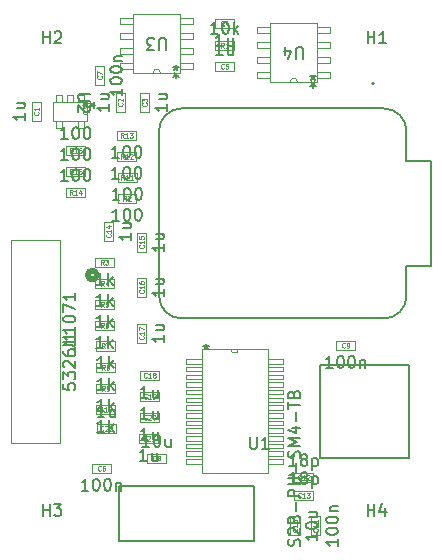
<source format=gbr>
%TF.GenerationSoftware,KiCad,Pcbnew,8.0.8*%
%TF.CreationDate,2025-04-15T16:19:57+05:30*%
%TF.ProjectId,STHDAQ_BX,53544844-4151-45f4-9258-2e6b69636164,rev?*%
%TF.SameCoordinates,Original*%
%TF.FileFunction,AssemblyDrawing,Top*%
%FSLAX46Y46*%
G04 Gerber Fmt 4.6, Leading zero omitted, Abs format (unit mm)*
G04 Created by KiCad (PCBNEW 8.0.8) date 2025-04-15 16:19:57*
%MOMM*%
%LPD*%
G01*
G04 APERTURE LIST*
%ADD10C,0.150000*%
%ADD11C,0.060000*%
%ADD12C,0.025400*%
%ADD13C,0.100000*%
%ADD14C,0.127000*%
%ADD15C,0.508000*%
%ADD16C,0.200000*%
G04 APERTURE END LIST*
D10*
X176604619Y-89877899D02*
X176842714Y-89877899D01*
X176747476Y-90115994D02*
X176842714Y-89877899D01*
X176842714Y-89877899D02*
X176747476Y-89639804D01*
X177033190Y-90020756D02*
X176842714Y-89877899D01*
X176842714Y-89877899D02*
X177033190Y-89735042D01*
X177209181Y-88935646D02*
X176399658Y-88935646D01*
X176399658Y-88935646D02*
X176304420Y-88983265D01*
X176304420Y-88983265D02*
X176256801Y-89030884D01*
X176256801Y-89030884D02*
X176209181Y-89126122D01*
X176209181Y-89126122D02*
X176209181Y-89316598D01*
X176209181Y-89316598D02*
X176256801Y-89411836D01*
X176256801Y-89411836D02*
X176304420Y-89459455D01*
X176304420Y-89459455D02*
X176399658Y-89507074D01*
X176399658Y-89507074D02*
X177209181Y-89507074D01*
X177113943Y-89935646D02*
X177161562Y-89983265D01*
X177161562Y-89983265D02*
X177209181Y-90078503D01*
X177209181Y-90078503D02*
X177209181Y-90316598D01*
X177209181Y-90316598D02*
X177161562Y-90411836D01*
X177161562Y-90411836D02*
X177113943Y-90459455D01*
X177113943Y-90459455D02*
X177018705Y-90507074D01*
X177018705Y-90507074D02*
X176923467Y-90507074D01*
X176923467Y-90507074D02*
X176780610Y-90459455D01*
X176780610Y-90459455D02*
X176209181Y-89888027D01*
X176209181Y-89888027D02*
X176209181Y-90507074D01*
X177694980Y-89877900D02*
X177456885Y-89877900D01*
X177552123Y-89639805D02*
X177456885Y-89877900D01*
X177456885Y-89877900D02*
X177552123Y-90115995D01*
X177266409Y-89735043D02*
X177456885Y-89877900D01*
X177456885Y-89877900D02*
X177266409Y-90020757D01*
X183494819Y-101666166D02*
X183494819Y-102237594D01*
X183494819Y-101951880D02*
X182494819Y-101951880D01*
X182494819Y-101951880D02*
X182637676Y-102047118D01*
X182637676Y-102047118D02*
X182732914Y-102142356D01*
X182732914Y-102142356D02*
X182780533Y-102237594D01*
X182828152Y-100809023D02*
X183494819Y-100809023D01*
X182828152Y-101237594D02*
X183351961Y-101237594D01*
X183351961Y-101237594D02*
X183447200Y-101189975D01*
X183447200Y-101189975D02*
X183494819Y-101094737D01*
X183494819Y-101094737D02*
X183494819Y-100951880D01*
X183494819Y-100951880D02*
X183447200Y-100856642D01*
X183447200Y-100856642D02*
X183399580Y-100809023D01*
D11*
X181753832Y-101756642D02*
X181772880Y-101775690D01*
X181772880Y-101775690D02*
X181791927Y-101832832D01*
X181791927Y-101832832D02*
X181791927Y-101870928D01*
X181791927Y-101870928D02*
X181772880Y-101928071D01*
X181772880Y-101928071D02*
X181734784Y-101966166D01*
X181734784Y-101966166D02*
X181696689Y-101985213D01*
X181696689Y-101985213D02*
X181620499Y-102004261D01*
X181620499Y-102004261D02*
X181563356Y-102004261D01*
X181563356Y-102004261D02*
X181487165Y-101985213D01*
X181487165Y-101985213D02*
X181449070Y-101966166D01*
X181449070Y-101966166D02*
X181410975Y-101928071D01*
X181410975Y-101928071D02*
X181391927Y-101870928D01*
X181391927Y-101870928D02*
X181391927Y-101832832D01*
X181391927Y-101832832D02*
X181410975Y-101775690D01*
X181410975Y-101775690D02*
X181430022Y-101756642D01*
X181791927Y-101375690D02*
X181791927Y-101604261D01*
X181791927Y-101489975D02*
X181391927Y-101489975D01*
X181391927Y-101489975D02*
X181449070Y-101528071D01*
X181449070Y-101528071D02*
X181487165Y-101566166D01*
X181487165Y-101566166D02*
X181506213Y-101604261D01*
X181391927Y-101013785D02*
X181391927Y-101204261D01*
X181391927Y-101204261D02*
X181582403Y-101223309D01*
X181582403Y-101223309D02*
X181563356Y-101204261D01*
X181563356Y-101204261D02*
X181544308Y-101166166D01*
X181544308Y-101166166D02*
X181544308Y-101070928D01*
X181544308Y-101070928D02*
X181563356Y-101032833D01*
X181563356Y-101032833D02*
X181582403Y-101013785D01*
X181582403Y-101013785D02*
X181620499Y-100994738D01*
X181620499Y-100994738D02*
X181715737Y-100994738D01*
X181715737Y-100994738D02*
X181753832Y-101013785D01*
X181753832Y-101013785D02*
X181772880Y-101032833D01*
X181772880Y-101032833D02*
X181791927Y-101070928D01*
X181791927Y-101070928D02*
X181791927Y-101166166D01*
X181791927Y-101166166D02*
X181772880Y-101204261D01*
X181772880Y-101204261D02*
X181753832Y-101223309D01*
D10*
X179673333Y-94340819D02*
X179101905Y-94340819D01*
X179387619Y-94340819D02*
X179387619Y-93340819D01*
X179387619Y-93340819D02*
X179292381Y-93483676D01*
X179292381Y-93483676D02*
X179197143Y-93578914D01*
X179197143Y-93578914D02*
X179101905Y-93626533D01*
X180292381Y-93340819D02*
X180387619Y-93340819D01*
X180387619Y-93340819D02*
X180482857Y-93388438D01*
X180482857Y-93388438D02*
X180530476Y-93436057D01*
X180530476Y-93436057D02*
X180578095Y-93531295D01*
X180578095Y-93531295D02*
X180625714Y-93721771D01*
X180625714Y-93721771D02*
X180625714Y-93959866D01*
X180625714Y-93959866D02*
X180578095Y-94150342D01*
X180578095Y-94150342D02*
X180530476Y-94245580D01*
X180530476Y-94245580D02*
X180482857Y-94293200D01*
X180482857Y-94293200D02*
X180387619Y-94340819D01*
X180387619Y-94340819D02*
X180292381Y-94340819D01*
X180292381Y-94340819D02*
X180197143Y-94293200D01*
X180197143Y-94293200D02*
X180149524Y-94245580D01*
X180149524Y-94245580D02*
X180101905Y-94150342D01*
X180101905Y-94150342D02*
X180054286Y-93959866D01*
X180054286Y-93959866D02*
X180054286Y-93721771D01*
X180054286Y-93721771D02*
X180101905Y-93531295D01*
X180101905Y-93531295D02*
X180149524Y-93436057D01*
X180149524Y-93436057D02*
X180197143Y-93388438D01*
X180197143Y-93388438D02*
X180292381Y-93340819D01*
X181244762Y-93340819D02*
X181340000Y-93340819D01*
X181340000Y-93340819D02*
X181435238Y-93388438D01*
X181435238Y-93388438D02*
X181482857Y-93436057D01*
X181482857Y-93436057D02*
X181530476Y-93531295D01*
X181530476Y-93531295D02*
X181578095Y-93721771D01*
X181578095Y-93721771D02*
X181578095Y-93959866D01*
X181578095Y-93959866D02*
X181530476Y-94150342D01*
X181530476Y-94150342D02*
X181482857Y-94245580D01*
X181482857Y-94245580D02*
X181435238Y-94293200D01*
X181435238Y-94293200D02*
X181340000Y-94340819D01*
X181340000Y-94340819D02*
X181244762Y-94340819D01*
X181244762Y-94340819D02*
X181149524Y-94293200D01*
X181149524Y-94293200D02*
X181101905Y-94245580D01*
X181101905Y-94245580D02*
X181054286Y-94150342D01*
X181054286Y-94150342D02*
X181006667Y-93959866D01*
X181006667Y-93959866D02*
X181006667Y-93721771D01*
X181006667Y-93721771D02*
X181054286Y-93531295D01*
X181054286Y-93531295D02*
X181101905Y-93436057D01*
X181101905Y-93436057D02*
X181149524Y-93388438D01*
X181149524Y-93388438D02*
X181244762Y-93340819D01*
D11*
X180082857Y-92637927D02*
X179949524Y-92447451D01*
X179854286Y-92637927D02*
X179854286Y-92237927D01*
X179854286Y-92237927D02*
X180006667Y-92237927D01*
X180006667Y-92237927D02*
X180044762Y-92256975D01*
X180044762Y-92256975D02*
X180063809Y-92276022D01*
X180063809Y-92276022D02*
X180082857Y-92314118D01*
X180082857Y-92314118D02*
X180082857Y-92371260D01*
X180082857Y-92371260D02*
X180063809Y-92409356D01*
X180063809Y-92409356D02*
X180044762Y-92428403D01*
X180044762Y-92428403D02*
X180006667Y-92447451D01*
X180006667Y-92447451D02*
X179854286Y-92447451D01*
X180463809Y-92637927D02*
X180235238Y-92637927D01*
X180349524Y-92637927D02*
X180349524Y-92237927D01*
X180349524Y-92237927D02*
X180311428Y-92295070D01*
X180311428Y-92295070D02*
X180273333Y-92333165D01*
X180273333Y-92333165D02*
X180235238Y-92352213D01*
X180597142Y-92237927D02*
X180844761Y-92237927D01*
X180844761Y-92237927D02*
X180711428Y-92390308D01*
X180711428Y-92390308D02*
X180768571Y-92390308D01*
X180768571Y-92390308D02*
X180806666Y-92409356D01*
X180806666Y-92409356D02*
X180825714Y-92428403D01*
X180825714Y-92428403D02*
X180844761Y-92466499D01*
X180844761Y-92466499D02*
X180844761Y-92561737D01*
X180844761Y-92561737D02*
X180825714Y-92599832D01*
X180825714Y-92599832D02*
X180806666Y-92618880D01*
X180806666Y-92618880D02*
X180768571Y-92637927D01*
X180768571Y-92637927D02*
X180654285Y-92637927D01*
X180654285Y-92637927D02*
X180616190Y-92618880D01*
X180616190Y-92618880D02*
X180597142Y-92599832D01*
D10*
X178424452Y-113988819D02*
X177853024Y-113988819D01*
X178138738Y-113988819D02*
X178138738Y-112988819D01*
X178138738Y-112988819D02*
X178043500Y-113131676D01*
X178043500Y-113131676D02*
X177948262Y-113226914D01*
X177948262Y-113226914D02*
X177853024Y-113274533D01*
X178853024Y-113988819D02*
X178853024Y-112988819D01*
X178948262Y-113607866D02*
X179233976Y-113988819D01*
X179233976Y-113322152D02*
X178853024Y-113703104D01*
D11*
X178476833Y-112285927D02*
X178343500Y-112095451D01*
X178248262Y-112285927D02*
X178248262Y-111885927D01*
X178248262Y-111885927D02*
X178400643Y-111885927D01*
X178400643Y-111885927D02*
X178438738Y-111904975D01*
X178438738Y-111904975D02*
X178457785Y-111924022D01*
X178457785Y-111924022D02*
X178476833Y-111962118D01*
X178476833Y-111962118D02*
X178476833Y-112019260D01*
X178476833Y-112019260D02*
X178457785Y-112057356D01*
X178457785Y-112057356D02*
X178438738Y-112076403D01*
X178438738Y-112076403D02*
X178400643Y-112095451D01*
X178400643Y-112095451D02*
X178248262Y-112095451D01*
X178705404Y-112057356D02*
X178667309Y-112038308D01*
X178667309Y-112038308D02*
X178648262Y-112019260D01*
X178648262Y-112019260D02*
X178629214Y-111981165D01*
X178629214Y-111981165D02*
X178629214Y-111962118D01*
X178629214Y-111962118D02*
X178648262Y-111924022D01*
X178648262Y-111924022D02*
X178667309Y-111904975D01*
X178667309Y-111904975D02*
X178705404Y-111885927D01*
X178705404Y-111885927D02*
X178781595Y-111885927D01*
X178781595Y-111885927D02*
X178819690Y-111904975D01*
X178819690Y-111904975D02*
X178838738Y-111924022D01*
X178838738Y-111924022D02*
X178857785Y-111962118D01*
X178857785Y-111962118D02*
X178857785Y-111981165D01*
X178857785Y-111981165D02*
X178838738Y-112019260D01*
X178838738Y-112019260D02*
X178819690Y-112038308D01*
X178819690Y-112038308D02*
X178781595Y-112057356D01*
X178781595Y-112057356D02*
X178705404Y-112057356D01*
X178705404Y-112057356D02*
X178667309Y-112076403D01*
X178667309Y-112076403D02*
X178648262Y-112095451D01*
X178648262Y-112095451D02*
X178629214Y-112133546D01*
X178629214Y-112133546D02*
X178629214Y-112209737D01*
X178629214Y-112209737D02*
X178648262Y-112247832D01*
X178648262Y-112247832D02*
X178667309Y-112266880D01*
X178667309Y-112266880D02*
X178705404Y-112285927D01*
X178705404Y-112285927D02*
X178781595Y-112285927D01*
X178781595Y-112285927D02*
X178819690Y-112266880D01*
X178819690Y-112266880D02*
X178838738Y-112247832D01*
X178838738Y-112247832D02*
X178857785Y-112209737D01*
X178857785Y-112209737D02*
X178857785Y-112133546D01*
X178857785Y-112133546D02*
X178838738Y-112095451D01*
X178838738Y-112095451D02*
X178819690Y-112076403D01*
X178819690Y-112076403D02*
X178781595Y-112057356D01*
D10*
X188026261Y-83860819D02*
X187454833Y-83860819D01*
X187740547Y-83860819D02*
X187740547Y-82860819D01*
X187740547Y-82860819D02*
X187645309Y-83003676D01*
X187645309Y-83003676D02*
X187550071Y-83098914D01*
X187550071Y-83098914D02*
X187454833Y-83146533D01*
X188645309Y-82860819D02*
X188740547Y-82860819D01*
X188740547Y-82860819D02*
X188835785Y-82908438D01*
X188835785Y-82908438D02*
X188883404Y-82956057D01*
X188883404Y-82956057D02*
X188931023Y-83051295D01*
X188931023Y-83051295D02*
X188978642Y-83241771D01*
X188978642Y-83241771D02*
X188978642Y-83479866D01*
X188978642Y-83479866D02*
X188931023Y-83670342D01*
X188931023Y-83670342D02*
X188883404Y-83765580D01*
X188883404Y-83765580D02*
X188835785Y-83813200D01*
X188835785Y-83813200D02*
X188740547Y-83860819D01*
X188740547Y-83860819D02*
X188645309Y-83860819D01*
X188645309Y-83860819D02*
X188550071Y-83813200D01*
X188550071Y-83813200D02*
X188502452Y-83765580D01*
X188502452Y-83765580D02*
X188454833Y-83670342D01*
X188454833Y-83670342D02*
X188407214Y-83479866D01*
X188407214Y-83479866D02*
X188407214Y-83241771D01*
X188407214Y-83241771D02*
X188454833Y-83051295D01*
X188454833Y-83051295D02*
X188502452Y-82956057D01*
X188502452Y-82956057D02*
X188550071Y-82908438D01*
X188550071Y-82908438D02*
X188645309Y-82860819D01*
X189407214Y-83860819D02*
X189407214Y-82860819D01*
X189502452Y-83479866D02*
X189788166Y-83860819D01*
X189788166Y-83194152D02*
X189407214Y-83575104D01*
D11*
X188554833Y-85017927D02*
X188421500Y-84827451D01*
X188326262Y-85017927D02*
X188326262Y-84617927D01*
X188326262Y-84617927D02*
X188478643Y-84617927D01*
X188478643Y-84617927D02*
X188516738Y-84636975D01*
X188516738Y-84636975D02*
X188535785Y-84656022D01*
X188535785Y-84656022D02*
X188554833Y-84694118D01*
X188554833Y-84694118D02*
X188554833Y-84751260D01*
X188554833Y-84751260D02*
X188535785Y-84789356D01*
X188535785Y-84789356D02*
X188516738Y-84808403D01*
X188516738Y-84808403D02*
X188478643Y-84827451D01*
X188478643Y-84827451D02*
X188326262Y-84827451D01*
X188935785Y-85017927D02*
X188707214Y-85017927D01*
X188821500Y-85017927D02*
X188821500Y-84617927D01*
X188821500Y-84617927D02*
X188783404Y-84675070D01*
X188783404Y-84675070D02*
X188745309Y-84713165D01*
X188745309Y-84713165D02*
X188707214Y-84732213D01*
D10*
X197762952Y-112120819D02*
X197191524Y-112120819D01*
X197477238Y-112120819D02*
X197477238Y-111120819D01*
X197477238Y-111120819D02*
X197382000Y-111263676D01*
X197382000Y-111263676D02*
X197286762Y-111358914D01*
X197286762Y-111358914D02*
X197191524Y-111406533D01*
X198382000Y-111120819D02*
X198477238Y-111120819D01*
X198477238Y-111120819D02*
X198572476Y-111168438D01*
X198572476Y-111168438D02*
X198620095Y-111216057D01*
X198620095Y-111216057D02*
X198667714Y-111311295D01*
X198667714Y-111311295D02*
X198715333Y-111501771D01*
X198715333Y-111501771D02*
X198715333Y-111739866D01*
X198715333Y-111739866D02*
X198667714Y-111930342D01*
X198667714Y-111930342D02*
X198620095Y-112025580D01*
X198620095Y-112025580D02*
X198572476Y-112073200D01*
X198572476Y-112073200D02*
X198477238Y-112120819D01*
X198477238Y-112120819D02*
X198382000Y-112120819D01*
X198382000Y-112120819D02*
X198286762Y-112073200D01*
X198286762Y-112073200D02*
X198239143Y-112025580D01*
X198239143Y-112025580D02*
X198191524Y-111930342D01*
X198191524Y-111930342D02*
X198143905Y-111739866D01*
X198143905Y-111739866D02*
X198143905Y-111501771D01*
X198143905Y-111501771D02*
X198191524Y-111311295D01*
X198191524Y-111311295D02*
X198239143Y-111216057D01*
X198239143Y-111216057D02*
X198286762Y-111168438D01*
X198286762Y-111168438D02*
X198382000Y-111120819D01*
X199334381Y-111120819D02*
X199429619Y-111120819D01*
X199429619Y-111120819D02*
X199524857Y-111168438D01*
X199524857Y-111168438D02*
X199572476Y-111216057D01*
X199572476Y-111216057D02*
X199620095Y-111311295D01*
X199620095Y-111311295D02*
X199667714Y-111501771D01*
X199667714Y-111501771D02*
X199667714Y-111739866D01*
X199667714Y-111739866D02*
X199620095Y-111930342D01*
X199620095Y-111930342D02*
X199572476Y-112025580D01*
X199572476Y-112025580D02*
X199524857Y-112073200D01*
X199524857Y-112073200D02*
X199429619Y-112120819D01*
X199429619Y-112120819D02*
X199334381Y-112120819D01*
X199334381Y-112120819D02*
X199239143Y-112073200D01*
X199239143Y-112073200D02*
X199191524Y-112025580D01*
X199191524Y-112025580D02*
X199143905Y-111930342D01*
X199143905Y-111930342D02*
X199096286Y-111739866D01*
X199096286Y-111739866D02*
X199096286Y-111501771D01*
X199096286Y-111501771D02*
X199143905Y-111311295D01*
X199143905Y-111311295D02*
X199191524Y-111216057D01*
X199191524Y-111216057D02*
X199239143Y-111168438D01*
X199239143Y-111168438D02*
X199334381Y-111120819D01*
X200096286Y-111454152D02*
X200096286Y-112120819D01*
X200096286Y-111549390D02*
X200143905Y-111501771D01*
X200143905Y-111501771D02*
X200239143Y-111454152D01*
X200239143Y-111454152D02*
X200382000Y-111454152D01*
X200382000Y-111454152D02*
X200477238Y-111501771D01*
X200477238Y-111501771D02*
X200524857Y-111597009D01*
X200524857Y-111597009D02*
X200524857Y-112120819D01*
D11*
X198815333Y-110379832D02*
X198796285Y-110398880D01*
X198796285Y-110398880D02*
X198739143Y-110417927D01*
X198739143Y-110417927D02*
X198701047Y-110417927D01*
X198701047Y-110417927D02*
X198643904Y-110398880D01*
X198643904Y-110398880D02*
X198605809Y-110360784D01*
X198605809Y-110360784D02*
X198586762Y-110322689D01*
X198586762Y-110322689D02*
X198567714Y-110246499D01*
X198567714Y-110246499D02*
X198567714Y-110189356D01*
X198567714Y-110189356D02*
X198586762Y-110113165D01*
X198586762Y-110113165D02*
X198605809Y-110075070D01*
X198605809Y-110075070D02*
X198643904Y-110036975D01*
X198643904Y-110036975D02*
X198701047Y-110017927D01*
X198701047Y-110017927D02*
X198739143Y-110017927D01*
X198739143Y-110017927D02*
X198796285Y-110036975D01*
X198796285Y-110036975D02*
X198815333Y-110056022D01*
X199005809Y-110417927D02*
X199082000Y-110417927D01*
X199082000Y-110417927D02*
X199120095Y-110398880D01*
X199120095Y-110398880D02*
X199139143Y-110379832D01*
X199139143Y-110379832D02*
X199177238Y-110322689D01*
X199177238Y-110322689D02*
X199196285Y-110246499D01*
X199196285Y-110246499D02*
X199196285Y-110094118D01*
X199196285Y-110094118D02*
X199177238Y-110056022D01*
X199177238Y-110056022D02*
X199158190Y-110036975D01*
X199158190Y-110036975D02*
X199120095Y-110017927D01*
X199120095Y-110017927D02*
X199043904Y-110017927D01*
X199043904Y-110017927D02*
X199005809Y-110036975D01*
X199005809Y-110036975D02*
X198986762Y-110056022D01*
X198986762Y-110056022D02*
X198967714Y-110094118D01*
X198967714Y-110094118D02*
X198967714Y-110189356D01*
X198967714Y-110189356D02*
X198986762Y-110227451D01*
X198986762Y-110227451D02*
X199005809Y-110246499D01*
X199005809Y-110246499D02*
X199043904Y-110265546D01*
X199043904Y-110265546D02*
X199120095Y-110265546D01*
X199120095Y-110265546D02*
X199158190Y-110246499D01*
X199158190Y-110246499D02*
X199177238Y-110227451D01*
X199177238Y-110227451D02*
X199196285Y-110189356D01*
D10*
X171726819Y-90576666D02*
X171726819Y-91148094D01*
X171726819Y-90862380D02*
X170726819Y-90862380D01*
X170726819Y-90862380D02*
X170869676Y-90957618D01*
X170869676Y-90957618D02*
X170964914Y-91052856D01*
X170964914Y-91052856D02*
X171012533Y-91148094D01*
X171060152Y-89719523D02*
X171726819Y-89719523D01*
X171060152Y-90148094D02*
X171583961Y-90148094D01*
X171583961Y-90148094D02*
X171679200Y-90100475D01*
X171679200Y-90100475D02*
X171726819Y-90005237D01*
X171726819Y-90005237D02*
X171726819Y-89862380D01*
X171726819Y-89862380D02*
X171679200Y-89767142D01*
X171679200Y-89767142D02*
X171631580Y-89719523D01*
D11*
X172845832Y-90476666D02*
X172864880Y-90495714D01*
X172864880Y-90495714D02*
X172883927Y-90552856D01*
X172883927Y-90552856D02*
X172883927Y-90590952D01*
X172883927Y-90590952D02*
X172864880Y-90648095D01*
X172864880Y-90648095D02*
X172826784Y-90686190D01*
X172826784Y-90686190D02*
X172788689Y-90705237D01*
X172788689Y-90705237D02*
X172712499Y-90724285D01*
X172712499Y-90724285D02*
X172655356Y-90724285D01*
X172655356Y-90724285D02*
X172579165Y-90705237D01*
X172579165Y-90705237D02*
X172541070Y-90686190D01*
X172541070Y-90686190D02*
X172502975Y-90648095D01*
X172502975Y-90648095D02*
X172483927Y-90590952D01*
X172483927Y-90590952D02*
X172483927Y-90552856D01*
X172483927Y-90552856D02*
X172502975Y-90495714D01*
X172502975Y-90495714D02*
X172522022Y-90476666D01*
X172883927Y-90095714D02*
X172883927Y-90324285D01*
X172883927Y-90209999D02*
X172483927Y-90209999D01*
X172483927Y-90209999D02*
X172541070Y-90248095D01*
X172541070Y-90248095D02*
X172579165Y-90286190D01*
X172579165Y-90286190D02*
X172598213Y-90324285D01*
D10*
X179938819Y-88495047D02*
X179938819Y-89066475D01*
X179938819Y-88780761D02*
X178938819Y-88780761D01*
X178938819Y-88780761D02*
X179081676Y-88875999D01*
X179081676Y-88875999D02*
X179176914Y-88971237D01*
X179176914Y-88971237D02*
X179224533Y-89066475D01*
X178938819Y-87875999D02*
X178938819Y-87780761D01*
X178938819Y-87780761D02*
X178986438Y-87685523D01*
X178986438Y-87685523D02*
X179034057Y-87637904D01*
X179034057Y-87637904D02*
X179129295Y-87590285D01*
X179129295Y-87590285D02*
X179319771Y-87542666D01*
X179319771Y-87542666D02*
X179557866Y-87542666D01*
X179557866Y-87542666D02*
X179748342Y-87590285D01*
X179748342Y-87590285D02*
X179843580Y-87637904D01*
X179843580Y-87637904D02*
X179891200Y-87685523D01*
X179891200Y-87685523D02*
X179938819Y-87780761D01*
X179938819Y-87780761D02*
X179938819Y-87875999D01*
X179938819Y-87875999D02*
X179891200Y-87971237D01*
X179891200Y-87971237D02*
X179843580Y-88018856D01*
X179843580Y-88018856D02*
X179748342Y-88066475D01*
X179748342Y-88066475D02*
X179557866Y-88114094D01*
X179557866Y-88114094D02*
X179319771Y-88114094D01*
X179319771Y-88114094D02*
X179129295Y-88066475D01*
X179129295Y-88066475D02*
X179034057Y-88018856D01*
X179034057Y-88018856D02*
X178986438Y-87971237D01*
X178986438Y-87971237D02*
X178938819Y-87875999D01*
X178938819Y-86923618D02*
X178938819Y-86828380D01*
X178938819Y-86828380D02*
X178986438Y-86733142D01*
X178986438Y-86733142D02*
X179034057Y-86685523D01*
X179034057Y-86685523D02*
X179129295Y-86637904D01*
X179129295Y-86637904D02*
X179319771Y-86590285D01*
X179319771Y-86590285D02*
X179557866Y-86590285D01*
X179557866Y-86590285D02*
X179748342Y-86637904D01*
X179748342Y-86637904D02*
X179843580Y-86685523D01*
X179843580Y-86685523D02*
X179891200Y-86733142D01*
X179891200Y-86733142D02*
X179938819Y-86828380D01*
X179938819Y-86828380D02*
X179938819Y-86923618D01*
X179938819Y-86923618D02*
X179891200Y-87018856D01*
X179891200Y-87018856D02*
X179843580Y-87066475D01*
X179843580Y-87066475D02*
X179748342Y-87114094D01*
X179748342Y-87114094D02*
X179557866Y-87161713D01*
X179557866Y-87161713D02*
X179319771Y-87161713D01*
X179319771Y-87161713D02*
X179129295Y-87114094D01*
X179129295Y-87114094D02*
X179034057Y-87066475D01*
X179034057Y-87066475D02*
X178986438Y-87018856D01*
X178986438Y-87018856D02*
X178938819Y-86923618D01*
X179272152Y-86161713D02*
X179938819Y-86161713D01*
X179367390Y-86161713D02*
X179319771Y-86114094D01*
X179319771Y-86114094D02*
X179272152Y-86018856D01*
X179272152Y-86018856D02*
X179272152Y-85875999D01*
X179272152Y-85875999D02*
X179319771Y-85780761D01*
X179319771Y-85780761D02*
X179415009Y-85733142D01*
X179415009Y-85733142D02*
X179938819Y-85733142D01*
D11*
X178197832Y-87442666D02*
X178216880Y-87461714D01*
X178216880Y-87461714D02*
X178235927Y-87518856D01*
X178235927Y-87518856D02*
X178235927Y-87556952D01*
X178235927Y-87556952D02*
X178216880Y-87614095D01*
X178216880Y-87614095D02*
X178178784Y-87652190D01*
X178178784Y-87652190D02*
X178140689Y-87671237D01*
X178140689Y-87671237D02*
X178064499Y-87690285D01*
X178064499Y-87690285D02*
X178007356Y-87690285D01*
X178007356Y-87690285D02*
X177931165Y-87671237D01*
X177931165Y-87671237D02*
X177893070Y-87652190D01*
X177893070Y-87652190D02*
X177854975Y-87614095D01*
X177854975Y-87614095D02*
X177835927Y-87556952D01*
X177835927Y-87556952D02*
X177835927Y-87518856D01*
X177835927Y-87518856D02*
X177854975Y-87461714D01*
X177854975Y-87461714D02*
X177874022Y-87442666D01*
X177835927Y-87309333D02*
X177835927Y-87042666D01*
X177835927Y-87042666D02*
X178235927Y-87214095D01*
D10*
X182237142Y-118812319D02*
X181665714Y-118812319D01*
X181951428Y-118812319D02*
X181951428Y-117812319D01*
X181951428Y-117812319D02*
X181856190Y-117955176D01*
X181856190Y-117955176D02*
X181760952Y-118050414D01*
X181760952Y-118050414D02*
X181665714Y-118098033D01*
X182856190Y-117812319D02*
X182951428Y-117812319D01*
X182951428Y-117812319D02*
X183046666Y-117859938D01*
X183046666Y-117859938D02*
X183094285Y-117907557D01*
X183094285Y-117907557D02*
X183141904Y-118002795D01*
X183141904Y-118002795D02*
X183189523Y-118193271D01*
X183189523Y-118193271D02*
X183189523Y-118431366D01*
X183189523Y-118431366D02*
X183141904Y-118621842D01*
X183141904Y-118621842D02*
X183094285Y-118717080D01*
X183094285Y-118717080D02*
X183046666Y-118764700D01*
X183046666Y-118764700D02*
X182951428Y-118812319D01*
X182951428Y-118812319D02*
X182856190Y-118812319D01*
X182856190Y-118812319D02*
X182760952Y-118764700D01*
X182760952Y-118764700D02*
X182713333Y-118717080D01*
X182713333Y-118717080D02*
X182665714Y-118621842D01*
X182665714Y-118621842D02*
X182618095Y-118431366D01*
X182618095Y-118431366D02*
X182618095Y-118193271D01*
X182618095Y-118193271D02*
X182665714Y-118002795D01*
X182665714Y-118002795D02*
X182713333Y-117907557D01*
X182713333Y-117907557D02*
X182760952Y-117859938D01*
X182760952Y-117859938D02*
X182856190Y-117812319D01*
X184046666Y-118145652D02*
X184046666Y-118812319D01*
X183618095Y-118145652D02*
X183618095Y-118669461D01*
X183618095Y-118669461D02*
X183665714Y-118764700D01*
X183665714Y-118764700D02*
X183760952Y-118812319D01*
X183760952Y-118812319D02*
X183903809Y-118812319D01*
X183903809Y-118812319D02*
X183999047Y-118764700D01*
X183999047Y-118764700D02*
X184046666Y-118717080D01*
D11*
X182813333Y-119931332D02*
X182794285Y-119950380D01*
X182794285Y-119950380D02*
X182737143Y-119969427D01*
X182737143Y-119969427D02*
X182699047Y-119969427D01*
X182699047Y-119969427D02*
X182641904Y-119950380D01*
X182641904Y-119950380D02*
X182603809Y-119912284D01*
X182603809Y-119912284D02*
X182584762Y-119874189D01*
X182584762Y-119874189D02*
X182565714Y-119797999D01*
X182565714Y-119797999D02*
X182565714Y-119740856D01*
X182565714Y-119740856D02*
X182584762Y-119664665D01*
X182584762Y-119664665D02*
X182603809Y-119626570D01*
X182603809Y-119626570D02*
X182641904Y-119588475D01*
X182641904Y-119588475D02*
X182699047Y-119569427D01*
X182699047Y-119569427D02*
X182737143Y-119569427D01*
X182737143Y-119569427D02*
X182794285Y-119588475D01*
X182794285Y-119588475D02*
X182813333Y-119607522D01*
X183041904Y-119740856D02*
X183003809Y-119721808D01*
X183003809Y-119721808D02*
X182984762Y-119702760D01*
X182984762Y-119702760D02*
X182965714Y-119664665D01*
X182965714Y-119664665D02*
X182965714Y-119645618D01*
X182965714Y-119645618D02*
X182984762Y-119607522D01*
X182984762Y-119607522D02*
X183003809Y-119588475D01*
X183003809Y-119588475D02*
X183041904Y-119569427D01*
X183041904Y-119569427D02*
X183118095Y-119569427D01*
X183118095Y-119569427D02*
X183156190Y-119588475D01*
X183156190Y-119588475D02*
X183175238Y-119607522D01*
X183175238Y-119607522D02*
X183194285Y-119645618D01*
X183194285Y-119645618D02*
X183194285Y-119664665D01*
X183194285Y-119664665D02*
X183175238Y-119702760D01*
X183175238Y-119702760D02*
X183156190Y-119721808D01*
X183156190Y-119721808D02*
X183118095Y-119740856D01*
X183118095Y-119740856D02*
X183041904Y-119740856D01*
X183041904Y-119740856D02*
X183003809Y-119759903D01*
X183003809Y-119759903D02*
X182984762Y-119778951D01*
X182984762Y-119778951D02*
X182965714Y-119817046D01*
X182965714Y-119817046D02*
X182965714Y-119893237D01*
X182965714Y-119893237D02*
X182984762Y-119931332D01*
X182984762Y-119931332D02*
X183003809Y-119950380D01*
X183003809Y-119950380D02*
X183041904Y-119969427D01*
X183041904Y-119969427D02*
X183118095Y-119969427D01*
X183118095Y-119969427D02*
X183156190Y-119950380D01*
X183156190Y-119950380D02*
X183175238Y-119931332D01*
X183175238Y-119931332D02*
X183194285Y-119893237D01*
X183194285Y-119893237D02*
X183194285Y-119817046D01*
X183194285Y-119817046D02*
X183175238Y-119778951D01*
X183175238Y-119778951D02*
X183156190Y-119759903D01*
X183156190Y-119759903D02*
X183118095Y-119740856D01*
D10*
X175355333Y-92750819D02*
X174783905Y-92750819D01*
X175069619Y-92750819D02*
X175069619Y-91750819D01*
X175069619Y-91750819D02*
X174974381Y-91893676D01*
X174974381Y-91893676D02*
X174879143Y-91988914D01*
X174879143Y-91988914D02*
X174783905Y-92036533D01*
X175974381Y-91750819D02*
X176069619Y-91750819D01*
X176069619Y-91750819D02*
X176164857Y-91798438D01*
X176164857Y-91798438D02*
X176212476Y-91846057D01*
X176212476Y-91846057D02*
X176260095Y-91941295D01*
X176260095Y-91941295D02*
X176307714Y-92131771D01*
X176307714Y-92131771D02*
X176307714Y-92369866D01*
X176307714Y-92369866D02*
X176260095Y-92560342D01*
X176260095Y-92560342D02*
X176212476Y-92655580D01*
X176212476Y-92655580D02*
X176164857Y-92703200D01*
X176164857Y-92703200D02*
X176069619Y-92750819D01*
X176069619Y-92750819D02*
X175974381Y-92750819D01*
X175974381Y-92750819D02*
X175879143Y-92703200D01*
X175879143Y-92703200D02*
X175831524Y-92655580D01*
X175831524Y-92655580D02*
X175783905Y-92560342D01*
X175783905Y-92560342D02*
X175736286Y-92369866D01*
X175736286Y-92369866D02*
X175736286Y-92131771D01*
X175736286Y-92131771D02*
X175783905Y-91941295D01*
X175783905Y-91941295D02*
X175831524Y-91846057D01*
X175831524Y-91846057D02*
X175879143Y-91798438D01*
X175879143Y-91798438D02*
X175974381Y-91750819D01*
X176926762Y-91750819D02*
X177022000Y-91750819D01*
X177022000Y-91750819D02*
X177117238Y-91798438D01*
X177117238Y-91798438D02*
X177164857Y-91846057D01*
X177164857Y-91846057D02*
X177212476Y-91941295D01*
X177212476Y-91941295D02*
X177260095Y-92131771D01*
X177260095Y-92131771D02*
X177260095Y-92369866D01*
X177260095Y-92369866D02*
X177212476Y-92560342D01*
X177212476Y-92560342D02*
X177164857Y-92655580D01*
X177164857Y-92655580D02*
X177117238Y-92703200D01*
X177117238Y-92703200D02*
X177022000Y-92750819D01*
X177022000Y-92750819D02*
X176926762Y-92750819D01*
X176926762Y-92750819D02*
X176831524Y-92703200D01*
X176831524Y-92703200D02*
X176783905Y-92655580D01*
X176783905Y-92655580D02*
X176736286Y-92560342D01*
X176736286Y-92560342D02*
X176688667Y-92369866D01*
X176688667Y-92369866D02*
X176688667Y-92131771D01*
X176688667Y-92131771D02*
X176736286Y-91941295D01*
X176736286Y-91941295D02*
X176783905Y-91846057D01*
X176783905Y-91846057D02*
X176831524Y-91798438D01*
X176831524Y-91798438D02*
X176926762Y-91750819D01*
D11*
X175764857Y-93907927D02*
X175631524Y-93717451D01*
X175536286Y-93907927D02*
X175536286Y-93507927D01*
X175536286Y-93507927D02*
X175688667Y-93507927D01*
X175688667Y-93507927D02*
X175726762Y-93526975D01*
X175726762Y-93526975D02*
X175745809Y-93546022D01*
X175745809Y-93546022D02*
X175764857Y-93584118D01*
X175764857Y-93584118D02*
X175764857Y-93641260D01*
X175764857Y-93641260D02*
X175745809Y-93679356D01*
X175745809Y-93679356D02*
X175726762Y-93698403D01*
X175726762Y-93698403D02*
X175688667Y-93717451D01*
X175688667Y-93717451D02*
X175536286Y-93717451D01*
X176145809Y-93907927D02*
X175917238Y-93907927D01*
X176031524Y-93907927D02*
X176031524Y-93507927D01*
X176031524Y-93507927D02*
X175993428Y-93565070D01*
X175993428Y-93565070D02*
X175955333Y-93603165D01*
X175955333Y-93603165D02*
X175917238Y-93622213D01*
X176488666Y-93507927D02*
X176412476Y-93507927D01*
X176412476Y-93507927D02*
X176374380Y-93526975D01*
X176374380Y-93526975D02*
X176355333Y-93546022D01*
X176355333Y-93546022D02*
X176317238Y-93603165D01*
X176317238Y-93603165D02*
X176298190Y-93679356D01*
X176298190Y-93679356D02*
X176298190Y-93831737D01*
X176298190Y-93831737D02*
X176317238Y-93869832D01*
X176317238Y-93869832D02*
X176336285Y-93888880D01*
X176336285Y-93888880D02*
X176374380Y-93907927D01*
X176374380Y-93907927D02*
X176450571Y-93907927D01*
X176450571Y-93907927D02*
X176488666Y-93888880D01*
X176488666Y-93888880D02*
X176507714Y-93869832D01*
X176507714Y-93869832D02*
X176526761Y-93831737D01*
X176526761Y-93831737D02*
X176526761Y-93736499D01*
X176526761Y-93736499D02*
X176507714Y-93698403D01*
X176507714Y-93698403D02*
X176488666Y-93679356D01*
X176488666Y-93679356D02*
X176450571Y-93660308D01*
X176450571Y-93660308D02*
X176374380Y-93660308D01*
X176374380Y-93660308D02*
X176336285Y-93679356D01*
X176336285Y-93679356D02*
X176317238Y-93698403D01*
X176317238Y-93698403D02*
X176298190Y-93736499D01*
D10*
X173238095Y-84654819D02*
X173238095Y-83654819D01*
X173238095Y-84131009D02*
X173809523Y-84131009D01*
X173809523Y-84654819D02*
X173809523Y-83654819D01*
X174238095Y-83750057D02*
X174285714Y-83702438D01*
X174285714Y-83702438D02*
X174380952Y-83654819D01*
X174380952Y-83654819D02*
X174619047Y-83654819D01*
X174619047Y-83654819D02*
X174714285Y-83702438D01*
X174714285Y-83702438D02*
X174761904Y-83750057D01*
X174761904Y-83750057D02*
X174809523Y-83845295D01*
X174809523Y-83845295D02*
X174809523Y-83940533D01*
X174809523Y-83940533D02*
X174761904Y-84083390D01*
X174761904Y-84083390D02*
X174190476Y-84654819D01*
X174190476Y-84654819D02*
X174809523Y-84654819D01*
X194971312Y-127199372D02*
X195018943Y-127056477D01*
X195018943Y-127056477D02*
X195018943Y-126818318D01*
X195018943Y-126818318D02*
X194971312Y-126723054D01*
X194971312Y-126723054D02*
X194923680Y-126675422D01*
X194923680Y-126675422D02*
X194828416Y-126627791D01*
X194828416Y-126627791D02*
X194733152Y-126627791D01*
X194733152Y-126627791D02*
X194637889Y-126675422D01*
X194637889Y-126675422D02*
X194590257Y-126723054D01*
X194590257Y-126723054D02*
X194542625Y-126818318D01*
X194542625Y-126818318D02*
X194494993Y-127008845D01*
X194494993Y-127008845D02*
X194447362Y-127104109D01*
X194447362Y-127104109D02*
X194399730Y-127151740D01*
X194399730Y-127151740D02*
X194304466Y-127199372D01*
X194304466Y-127199372D02*
X194209203Y-127199372D01*
X194209203Y-127199372D02*
X194113939Y-127151740D01*
X194113939Y-127151740D02*
X194066307Y-127104109D01*
X194066307Y-127104109D02*
X194018675Y-127008845D01*
X194018675Y-127008845D02*
X194018675Y-126770686D01*
X194018675Y-126770686D02*
X194066307Y-126627791D01*
X194113939Y-126246736D02*
X194066307Y-126199104D01*
X194066307Y-126199104D02*
X194018675Y-126103841D01*
X194018675Y-126103841D02*
X194018675Y-125865682D01*
X194018675Y-125865682D02*
X194066307Y-125770418D01*
X194066307Y-125770418D02*
X194113939Y-125722786D01*
X194113939Y-125722786D02*
X194209203Y-125675155D01*
X194209203Y-125675155D02*
X194304466Y-125675155D01*
X194304466Y-125675155D02*
X194447362Y-125722786D01*
X194447362Y-125722786D02*
X195018943Y-126294368D01*
X195018943Y-126294368D02*
X195018943Y-125675155D01*
X194494993Y-124913046D02*
X194542625Y-124770150D01*
X194542625Y-124770150D02*
X194590257Y-124722519D01*
X194590257Y-124722519D02*
X194685521Y-124674887D01*
X194685521Y-124674887D02*
X194828416Y-124674887D01*
X194828416Y-124674887D02*
X194923680Y-124722519D01*
X194923680Y-124722519D02*
X194971312Y-124770150D01*
X194971312Y-124770150D02*
X195018943Y-124865414D01*
X195018943Y-124865414D02*
X195018943Y-125246468D01*
X195018943Y-125246468D02*
X194018675Y-125246468D01*
X194018675Y-125246468D02*
X194018675Y-124913046D01*
X194018675Y-124913046D02*
X194066307Y-124817782D01*
X194066307Y-124817782D02*
X194113939Y-124770150D01*
X194113939Y-124770150D02*
X194209203Y-124722519D01*
X194209203Y-124722519D02*
X194304466Y-124722519D01*
X194304466Y-124722519D02*
X194399730Y-124770150D01*
X194399730Y-124770150D02*
X194447362Y-124817782D01*
X194447362Y-124817782D02*
X194494993Y-124913046D01*
X194494993Y-124913046D02*
X194494993Y-125246468D01*
X194637889Y-124246200D02*
X194637889Y-123484092D01*
X195018943Y-123007773D02*
X194018675Y-123007773D01*
X194018675Y-123007773D02*
X194018675Y-122626719D01*
X194018675Y-122626719D02*
X194066307Y-122531455D01*
X194066307Y-122531455D02*
X194113939Y-122483824D01*
X194113939Y-122483824D02*
X194209203Y-122436192D01*
X194209203Y-122436192D02*
X194352098Y-122436192D01*
X194352098Y-122436192D02*
X194447362Y-122483824D01*
X194447362Y-122483824D02*
X194494993Y-122531455D01*
X194494993Y-122531455D02*
X194542625Y-122626719D01*
X194542625Y-122626719D02*
X194542625Y-123007773D01*
X195018943Y-122007505D02*
X194018675Y-122007505D01*
X194494993Y-122007505D02*
X194494993Y-121435924D01*
X195018943Y-121435924D02*
X194018675Y-121435924D01*
X194637889Y-120959605D02*
X194637889Y-120197497D01*
X194971312Y-119768810D02*
X195018943Y-119625915D01*
X195018943Y-119625915D02*
X195018943Y-119387756D01*
X195018943Y-119387756D02*
X194971312Y-119292492D01*
X194971312Y-119292492D02*
X194923680Y-119244860D01*
X194923680Y-119244860D02*
X194828416Y-119197229D01*
X194828416Y-119197229D02*
X194733152Y-119197229D01*
X194733152Y-119197229D02*
X194637889Y-119244860D01*
X194637889Y-119244860D02*
X194590257Y-119292492D01*
X194590257Y-119292492D02*
X194542625Y-119387756D01*
X194542625Y-119387756D02*
X194494993Y-119578283D01*
X194494993Y-119578283D02*
X194447362Y-119673547D01*
X194447362Y-119673547D02*
X194399730Y-119721178D01*
X194399730Y-119721178D02*
X194304466Y-119768810D01*
X194304466Y-119768810D02*
X194209203Y-119768810D01*
X194209203Y-119768810D02*
X194113939Y-119721178D01*
X194113939Y-119721178D02*
X194066307Y-119673547D01*
X194066307Y-119673547D02*
X194018675Y-119578283D01*
X194018675Y-119578283D02*
X194018675Y-119340124D01*
X194018675Y-119340124D02*
X194066307Y-119197229D01*
X195018943Y-118768542D02*
X194018675Y-118768542D01*
X194018675Y-118768542D02*
X194733152Y-118435120D01*
X194733152Y-118435120D02*
X194018675Y-118101697D01*
X194018675Y-118101697D02*
X195018943Y-118101697D01*
X194352098Y-117196693D02*
X195018943Y-117196693D01*
X193971044Y-117434852D02*
X194685521Y-117673011D01*
X194685521Y-117673011D02*
X194685521Y-117053798D01*
X194637889Y-116672743D02*
X194637889Y-115910635D01*
X194018675Y-115577212D02*
X194018675Y-115005630D01*
X195018943Y-115291421D02*
X194018675Y-115291421D01*
X194494993Y-114338785D02*
X194542625Y-114195889D01*
X194542625Y-114195889D02*
X194590257Y-114148258D01*
X194590257Y-114148258D02*
X194685521Y-114100626D01*
X194685521Y-114100626D02*
X194828416Y-114100626D01*
X194828416Y-114100626D02*
X194923680Y-114148258D01*
X194923680Y-114148258D02*
X194971312Y-114195889D01*
X194971312Y-114195889D02*
X195018943Y-114291153D01*
X195018943Y-114291153D02*
X195018943Y-114672207D01*
X195018943Y-114672207D02*
X194018675Y-114672207D01*
X194018675Y-114672207D02*
X194018675Y-114338785D01*
X194018675Y-114338785D02*
X194066307Y-114243521D01*
X194066307Y-114243521D02*
X194113939Y-114195889D01*
X194113939Y-114195889D02*
X194209203Y-114148258D01*
X194209203Y-114148258D02*
X194304466Y-114148258D01*
X194304466Y-114148258D02*
X194399730Y-114195889D01*
X194399730Y-114195889D02*
X194447362Y-114243521D01*
X194447362Y-114243521D02*
X194494993Y-114338785D01*
X194494993Y-114338785D02*
X194494993Y-114672207D01*
X200738095Y-124654819D02*
X200738095Y-123654819D01*
X200738095Y-124131009D02*
X201309523Y-124131009D01*
X201309523Y-124654819D02*
X201309523Y-123654819D01*
X202214285Y-123988152D02*
X202214285Y-124654819D01*
X201976190Y-123607200D02*
X201738095Y-124321485D01*
X201738095Y-124321485D02*
X202357142Y-124321485D01*
X200738095Y-84654819D02*
X200738095Y-83654819D01*
X200738095Y-84131009D02*
X201309523Y-84131009D01*
X201309523Y-84654819D02*
X201309523Y-83654819D01*
X202309523Y-84654819D02*
X201738095Y-84654819D01*
X202023809Y-84654819D02*
X202023809Y-83654819D01*
X202023809Y-83654819D02*
X201928571Y-83797676D01*
X201928571Y-83797676D02*
X201833333Y-83892914D01*
X201833333Y-83892914D02*
X201738095Y-83940533D01*
X183748819Y-89828666D02*
X183748819Y-90400094D01*
X183748819Y-90114380D02*
X182748819Y-90114380D01*
X182748819Y-90114380D02*
X182891676Y-90209618D01*
X182891676Y-90209618D02*
X182986914Y-90304856D01*
X182986914Y-90304856D02*
X183034533Y-90400094D01*
X183082152Y-88971523D02*
X183748819Y-88971523D01*
X183082152Y-89400094D02*
X183605961Y-89400094D01*
X183605961Y-89400094D02*
X183701200Y-89352475D01*
X183701200Y-89352475D02*
X183748819Y-89257237D01*
X183748819Y-89257237D02*
X183748819Y-89114380D01*
X183748819Y-89114380D02*
X183701200Y-89019142D01*
X183701200Y-89019142D02*
X183653580Y-88971523D01*
D11*
X182007832Y-89728666D02*
X182026880Y-89747714D01*
X182026880Y-89747714D02*
X182045927Y-89804856D01*
X182045927Y-89804856D02*
X182045927Y-89842952D01*
X182045927Y-89842952D02*
X182026880Y-89900095D01*
X182026880Y-89900095D02*
X181988784Y-89938190D01*
X181988784Y-89938190D02*
X181950689Y-89957237D01*
X181950689Y-89957237D02*
X181874499Y-89976285D01*
X181874499Y-89976285D02*
X181817356Y-89976285D01*
X181817356Y-89976285D02*
X181741165Y-89957237D01*
X181741165Y-89957237D02*
X181703070Y-89938190D01*
X181703070Y-89938190D02*
X181664975Y-89900095D01*
X181664975Y-89900095D02*
X181645927Y-89842952D01*
X181645927Y-89842952D02*
X181645927Y-89804856D01*
X181645927Y-89804856D02*
X181664975Y-89747714D01*
X181664975Y-89747714D02*
X181684022Y-89728666D01*
X181645927Y-89595333D02*
X181645927Y-89347714D01*
X181645927Y-89347714D02*
X181798308Y-89481047D01*
X181798308Y-89481047D02*
X181798308Y-89423904D01*
X181798308Y-89423904D02*
X181817356Y-89385809D01*
X181817356Y-89385809D02*
X181836403Y-89366761D01*
X181836403Y-89366761D02*
X181874499Y-89347714D01*
X181874499Y-89347714D02*
X181969737Y-89347714D01*
X181969737Y-89347714D02*
X182007832Y-89366761D01*
X182007832Y-89366761D02*
X182026880Y-89385809D01*
X182026880Y-89385809D02*
X182045927Y-89423904D01*
X182045927Y-89423904D02*
X182045927Y-89538190D01*
X182045927Y-89538190D02*
X182026880Y-89576285D01*
X182026880Y-89576285D02*
X182007832Y-89595333D01*
D10*
X184492899Y-87617380D02*
X184492899Y-87379285D01*
X184730994Y-87474523D02*
X184492899Y-87379285D01*
X184492899Y-87379285D02*
X184254804Y-87474523D01*
X184635756Y-87188809D02*
X184492899Y-87379285D01*
X184492899Y-87379285D02*
X184350042Y-87188809D01*
X183641904Y-85191680D02*
X183641904Y-84382157D01*
X183641904Y-84382157D02*
X183594285Y-84286919D01*
X183594285Y-84286919D02*
X183546666Y-84239300D01*
X183546666Y-84239300D02*
X183451428Y-84191680D01*
X183451428Y-84191680D02*
X183260952Y-84191680D01*
X183260952Y-84191680D02*
X183165714Y-84239300D01*
X183165714Y-84239300D02*
X183118095Y-84286919D01*
X183118095Y-84286919D02*
X183070476Y-84382157D01*
X183070476Y-84382157D02*
X183070476Y-85191680D01*
X182689523Y-85191680D02*
X182070476Y-85191680D01*
X182070476Y-85191680D02*
X182403809Y-84810728D01*
X182403809Y-84810728D02*
X182260952Y-84810728D01*
X182260952Y-84810728D02*
X182165714Y-84763109D01*
X182165714Y-84763109D02*
X182118095Y-84715490D01*
X182118095Y-84715490D02*
X182070476Y-84620252D01*
X182070476Y-84620252D02*
X182070476Y-84382157D01*
X182070476Y-84382157D02*
X182118095Y-84286919D01*
X182118095Y-84286919D02*
X182165714Y-84239300D01*
X182165714Y-84239300D02*
X182260952Y-84191680D01*
X182260952Y-84191680D02*
X182546666Y-84191680D01*
X182546666Y-84191680D02*
X182641904Y-84239300D01*
X182641904Y-84239300D02*
X182689523Y-84286919D01*
X184492900Y-86527019D02*
X184492900Y-86765114D01*
X184254805Y-86669876D02*
X184492900Y-86765114D01*
X184492900Y-86765114D02*
X184730995Y-86669876D01*
X184350043Y-86955590D02*
X184492900Y-86765114D01*
X184492900Y-86765114D02*
X184635757Y-86955590D01*
X174968819Y-113476428D02*
X174968819Y-113952618D01*
X174968819Y-113952618D02*
X175445009Y-114000237D01*
X175445009Y-114000237D02*
X175397390Y-113952618D01*
X175397390Y-113952618D02*
X175349771Y-113857380D01*
X175349771Y-113857380D02*
X175349771Y-113619285D01*
X175349771Y-113619285D02*
X175397390Y-113524047D01*
X175397390Y-113524047D02*
X175445009Y-113476428D01*
X175445009Y-113476428D02*
X175540247Y-113428809D01*
X175540247Y-113428809D02*
X175778342Y-113428809D01*
X175778342Y-113428809D02*
X175873580Y-113476428D01*
X175873580Y-113476428D02*
X175921200Y-113524047D01*
X175921200Y-113524047D02*
X175968819Y-113619285D01*
X175968819Y-113619285D02*
X175968819Y-113857380D01*
X175968819Y-113857380D02*
X175921200Y-113952618D01*
X175921200Y-113952618D02*
X175873580Y-114000237D01*
X174968819Y-113095475D02*
X174968819Y-112476428D01*
X174968819Y-112476428D02*
X175349771Y-112809761D01*
X175349771Y-112809761D02*
X175349771Y-112666904D01*
X175349771Y-112666904D02*
X175397390Y-112571666D01*
X175397390Y-112571666D02*
X175445009Y-112524047D01*
X175445009Y-112524047D02*
X175540247Y-112476428D01*
X175540247Y-112476428D02*
X175778342Y-112476428D01*
X175778342Y-112476428D02*
X175873580Y-112524047D01*
X175873580Y-112524047D02*
X175921200Y-112571666D01*
X175921200Y-112571666D02*
X175968819Y-112666904D01*
X175968819Y-112666904D02*
X175968819Y-112952618D01*
X175968819Y-112952618D02*
X175921200Y-113047856D01*
X175921200Y-113047856D02*
X175873580Y-113095475D01*
X175064057Y-112095475D02*
X175016438Y-112047856D01*
X175016438Y-112047856D02*
X174968819Y-111952618D01*
X174968819Y-111952618D02*
X174968819Y-111714523D01*
X174968819Y-111714523D02*
X175016438Y-111619285D01*
X175016438Y-111619285D02*
X175064057Y-111571666D01*
X175064057Y-111571666D02*
X175159295Y-111524047D01*
X175159295Y-111524047D02*
X175254533Y-111524047D01*
X175254533Y-111524047D02*
X175397390Y-111571666D01*
X175397390Y-111571666D02*
X175968819Y-112143094D01*
X175968819Y-112143094D02*
X175968819Y-111524047D01*
X174968819Y-110666904D02*
X174968819Y-110857380D01*
X174968819Y-110857380D02*
X175016438Y-110952618D01*
X175016438Y-110952618D02*
X175064057Y-111000237D01*
X175064057Y-111000237D02*
X175206914Y-111095475D01*
X175206914Y-111095475D02*
X175397390Y-111143094D01*
X175397390Y-111143094D02*
X175778342Y-111143094D01*
X175778342Y-111143094D02*
X175873580Y-111095475D01*
X175873580Y-111095475D02*
X175921200Y-111047856D01*
X175921200Y-111047856D02*
X175968819Y-110952618D01*
X175968819Y-110952618D02*
X175968819Y-110762142D01*
X175968819Y-110762142D02*
X175921200Y-110666904D01*
X175921200Y-110666904D02*
X175873580Y-110619285D01*
X175873580Y-110619285D02*
X175778342Y-110571666D01*
X175778342Y-110571666D02*
X175540247Y-110571666D01*
X175540247Y-110571666D02*
X175445009Y-110619285D01*
X175445009Y-110619285D02*
X175397390Y-110666904D01*
X175397390Y-110666904D02*
X175349771Y-110762142D01*
X175349771Y-110762142D02*
X175349771Y-110952618D01*
X175349771Y-110952618D02*
X175397390Y-111047856D01*
X175397390Y-111047856D02*
X175445009Y-111095475D01*
X175445009Y-111095475D02*
X175540247Y-111143094D01*
X175968819Y-109619285D02*
X175968819Y-110190713D01*
X175968819Y-109904999D02*
X174968819Y-109904999D01*
X174968819Y-109904999D02*
X175111676Y-110000237D01*
X175111676Y-110000237D02*
X175206914Y-110095475D01*
X175206914Y-110095475D02*
X175254533Y-110190713D01*
X175968819Y-108666904D02*
X175968819Y-109238332D01*
X175968819Y-108952618D02*
X174968819Y-108952618D01*
X174968819Y-108952618D02*
X175111676Y-109047856D01*
X175111676Y-109047856D02*
X175206914Y-109143094D01*
X175206914Y-109143094D02*
X175254533Y-109238332D01*
X174968819Y-108047856D02*
X174968819Y-107952618D01*
X174968819Y-107952618D02*
X175016438Y-107857380D01*
X175016438Y-107857380D02*
X175064057Y-107809761D01*
X175064057Y-107809761D02*
X175159295Y-107762142D01*
X175159295Y-107762142D02*
X175349771Y-107714523D01*
X175349771Y-107714523D02*
X175587866Y-107714523D01*
X175587866Y-107714523D02*
X175778342Y-107762142D01*
X175778342Y-107762142D02*
X175873580Y-107809761D01*
X175873580Y-107809761D02*
X175921200Y-107857380D01*
X175921200Y-107857380D02*
X175968819Y-107952618D01*
X175968819Y-107952618D02*
X175968819Y-108047856D01*
X175968819Y-108047856D02*
X175921200Y-108143094D01*
X175921200Y-108143094D02*
X175873580Y-108190713D01*
X175873580Y-108190713D02*
X175778342Y-108238332D01*
X175778342Y-108238332D02*
X175587866Y-108285951D01*
X175587866Y-108285951D02*
X175349771Y-108285951D01*
X175349771Y-108285951D02*
X175159295Y-108238332D01*
X175159295Y-108238332D02*
X175064057Y-108190713D01*
X175064057Y-108190713D02*
X175016438Y-108143094D01*
X175016438Y-108143094D02*
X174968819Y-108047856D01*
X174968819Y-107381189D02*
X174968819Y-106714523D01*
X174968819Y-106714523D02*
X175968819Y-107143094D01*
X175968819Y-105809761D02*
X175968819Y-106381189D01*
X175968819Y-106095475D02*
X174968819Y-106095475D01*
X174968819Y-106095475D02*
X175111676Y-106190713D01*
X175111676Y-106190713D02*
X175206914Y-106285951D01*
X175206914Y-106285951D02*
X175254533Y-106381189D01*
X174968819Y-110238333D02*
X175683104Y-110238333D01*
X175683104Y-110238333D02*
X175825961Y-110285952D01*
X175825961Y-110285952D02*
X175921200Y-110381190D01*
X175921200Y-110381190D02*
X175968819Y-110524047D01*
X175968819Y-110524047D02*
X175968819Y-110619285D01*
X175968819Y-109238333D02*
X175968819Y-109809761D01*
X175968819Y-109524047D02*
X174968819Y-109524047D01*
X174968819Y-109524047D02*
X175111676Y-109619285D01*
X175111676Y-109619285D02*
X175206914Y-109714523D01*
X175206914Y-109714523D02*
X175254533Y-109809761D01*
X178456833Y-116298819D02*
X177885405Y-116298819D01*
X178171119Y-116298819D02*
X178171119Y-115298819D01*
X178171119Y-115298819D02*
X178075881Y-115441676D01*
X178075881Y-115441676D02*
X177980643Y-115536914D01*
X177980643Y-115536914D02*
X177885405Y-115584533D01*
X179313976Y-115632152D02*
X179313976Y-116298819D01*
X178885405Y-115632152D02*
X178885405Y-116155961D01*
X178885405Y-116155961D02*
X178933024Y-116251200D01*
X178933024Y-116251200D02*
X179028262Y-116298819D01*
X179028262Y-116298819D02*
X179171119Y-116298819D01*
X179171119Y-116298819D02*
X179266357Y-116251200D01*
X179266357Y-116251200D02*
X179313976Y-116203580D01*
D11*
X178366357Y-117417832D02*
X178347309Y-117436880D01*
X178347309Y-117436880D02*
X178290167Y-117455927D01*
X178290167Y-117455927D02*
X178252071Y-117455927D01*
X178252071Y-117455927D02*
X178194928Y-117436880D01*
X178194928Y-117436880D02*
X178156833Y-117398784D01*
X178156833Y-117398784D02*
X178137786Y-117360689D01*
X178137786Y-117360689D02*
X178118738Y-117284499D01*
X178118738Y-117284499D02*
X178118738Y-117227356D01*
X178118738Y-117227356D02*
X178137786Y-117151165D01*
X178137786Y-117151165D02*
X178156833Y-117113070D01*
X178156833Y-117113070D02*
X178194928Y-117074975D01*
X178194928Y-117074975D02*
X178252071Y-117055927D01*
X178252071Y-117055927D02*
X178290167Y-117055927D01*
X178290167Y-117055927D02*
X178347309Y-117074975D01*
X178347309Y-117074975D02*
X178366357Y-117094022D01*
X178518738Y-117094022D02*
X178537786Y-117074975D01*
X178537786Y-117074975D02*
X178575881Y-117055927D01*
X178575881Y-117055927D02*
X178671119Y-117055927D01*
X178671119Y-117055927D02*
X178709214Y-117074975D01*
X178709214Y-117074975D02*
X178728262Y-117094022D01*
X178728262Y-117094022D02*
X178747309Y-117132118D01*
X178747309Y-117132118D02*
X178747309Y-117170213D01*
X178747309Y-117170213D02*
X178728262Y-117227356D01*
X178728262Y-117227356D02*
X178499690Y-117455927D01*
X178499690Y-117455927D02*
X178747309Y-117455927D01*
X178880642Y-117055927D02*
X179128261Y-117055927D01*
X179128261Y-117055927D02*
X178994928Y-117208308D01*
X178994928Y-117208308D02*
X179052071Y-117208308D01*
X179052071Y-117208308D02*
X179090166Y-117227356D01*
X179090166Y-117227356D02*
X179109214Y-117246403D01*
X179109214Y-117246403D02*
X179128261Y-117284499D01*
X179128261Y-117284499D02*
X179128261Y-117379737D01*
X179128261Y-117379737D02*
X179109214Y-117417832D01*
X179109214Y-117417832D02*
X179090166Y-117436880D01*
X179090166Y-117436880D02*
X179052071Y-117455927D01*
X179052071Y-117455927D02*
X178937785Y-117455927D01*
X178937785Y-117455927D02*
X178899690Y-117436880D01*
X178899690Y-117436880D02*
X178880642Y-117417832D01*
D10*
X182018833Y-119994819D02*
X181447405Y-119994819D01*
X181733119Y-119994819D02*
X181733119Y-118994819D01*
X181733119Y-118994819D02*
X181637881Y-119137676D01*
X181637881Y-119137676D02*
X181542643Y-119232914D01*
X181542643Y-119232914D02*
X181447405Y-119280533D01*
X182875976Y-119328152D02*
X182875976Y-119994819D01*
X182447405Y-119328152D02*
X182447405Y-119851961D01*
X182447405Y-119851961D02*
X182495024Y-119947200D01*
X182495024Y-119947200D02*
X182590262Y-119994819D01*
X182590262Y-119994819D02*
X182733119Y-119994819D01*
X182733119Y-119994819D02*
X182828357Y-119947200D01*
X182828357Y-119947200D02*
X182875976Y-119899580D01*
D11*
X181928357Y-118253832D02*
X181909309Y-118272880D01*
X181909309Y-118272880D02*
X181852167Y-118291927D01*
X181852167Y-118291927D02*
X181814071Y-118291927D01*
X181814071Y-118291927D02*
X181756928Y-118272880D01*
X181756928Y-118272880D02*
X181718833Y-118234784D01*
X181718833Y-118234784D02*
X181699786Y-118196689D01*
X181699786Y-118196689D02*
X181680738Y-118120499D01*
X181680738Y-118120499D02*
X181680738Y-118063356D01*
X181680738Y-118063356D02*
X181699786Y-117987165D01*
X181699786Y-117987165D02*
X181718833Y-117949070D01*
X181718833Y-117949070D02*
X181756928Y-117910975D01*
X181756928Y-117910975D02*
X181814071Y-117891927D01*
X181814071Y-117891927D02*
X181852167Y-117891927D01*
X181852167Y-117891927D02*
X181909309Y-117910975D01*
X181909309Y-117910975D02*
X181928357Y-117930022D01*
X182080738Y-117930022D02*
X182099786Y-117910975D01*
X182099786Y-117910975D02*
X182137881Y-117891927D01*
X182137881Y-117891927D02*
X182233119Y-117891927D01*
X182233119Y-117891927D02*
X182271214Y-117910975D01*
X182271214Y-117910975D02*
X182290262Y-117930022D01*
X182290262Y-117930022D02*
X182309309Y-117968118D01*
X182309309Y-117968118D02*
X182309309Y-118006213D01*
X182309309Y-118006213D02*
X182290262Y-118063356D01*
X182290262Y-118063356D02*
X182061690Y-118291927D01*
X182061690Y-118291927D02*
X182309309Y-118291927D01*
X182690261Y-118291927D02*
X182461690Y-118291927D01*
X182575976Y-118291927D02*
X182575976Y-117891927D01*
X182575976Y-117891927D02*
X182537880Y-117949070D01*
X182537880Y-117949070D02*
X182499785Y-117987165D01*
X182499785Y-117987165D02*
X182461690Y-118006213D01*
D10*
X178424452Y-112166819D02*
X177853024Y-112166819D01*
X178138738Y-112166819D02*
X178138738Y-111166819D01*
X178138738Y-111166819D02*
X178043500Y-111309676D01*
X178043500Y-111309676D02*
X177948262Y-111404914D01*
X177948262Y-111404914D02*
X177853024Y-111452533D01*
X178853024Y-112166819D02*
X178853024Y-111166819D01*
X178948262Y-111785866D02*
X179233976Y-112166819D01*
X179233976Y-111500152D02*
X178853024Y-111881104D01*
D11*
X178476833Y-110463927D02*
X178343500Y-110273451D01*
X178248262Y-110463927D02*
X178248262Y-110063927D01*
X178248262Y-110063927D02*
X178400643Y-110063927D01*
X178400643Y-110063927D02*
X178438738Y-110082975D01*
X178438738Y-110082975D02*
X178457785Y-110102022D01*
X178457785Y-110102022D02*
X178476833Y-110140118D01*
X178476833Y-110140118D02*
X178476833Y-110197260D01*
X178476833Y-110197260D02*
X178457785Y-110235356D01*
X178457785Y-110235356D02*
X178438738Y-110254403D01*
X178438738Y-110254403D02*
X178400643Y-110273451D01*
X178400643Y-110273451D02*
X178248262Y-110273451D01*
X178610166Y-110063927D02*
X178876833Y-110063927D01*
X178876833Y-110063927D02*
X178705404Y-110463927D01*
D10*
X175355333Y-96306819D02*
X174783905Y-96306819D01*
X175069619Y-96306819D02*
X175069619Y-95306819D01*
X175069619Y-95306819D02*
X174974381Y-95449676D01*
X174974381Y-95449676D02*
X174879143Y-95544914D01*
X174879143Y-95544914D02*
X174783905Y-95592533D01*
X175974381Y-95306819D02*
X176069619Y-95306819D01*
X176069619Y-95306819D02*
X176164857Y-95354438D01*
X176164857Y-95354438D02*
X176212476Y-95402057D01*
X176212476Y-95402057D02*
X176260095Y-95497295D01*
X176260095Y-95497295D02*
X176307714Y-95687771D01*
X176307714Y-95687771D02*
X176307714Y-95925866D01*
X176307714Y-95925866D02*
X176260095Y-96116342D01*
X176260095Y-96116342D02*
X176212476Y-96211580D01*
X176212476Y-96211580D02*
X176164857Y-96259200D01*
X176164857Y-96259200D02*
X176069619Y-96306819D01*
X176069619Y-96306819D02*
X175974381Y-96306819D01*
X175974381Y-96306819D02*
X175879143Y-96259200D01*
X175879143Y-96259200D02*
X175831524Y-96211580D01*
X175831524Y-96211580D02*
X175783905Y-96116342D01*
X175783905Y-96116342D02*
X175736286Y-95925866D01*
X175736286Y-95925866D02*
X175736286Y-95687771D01*
X175736286Y-95687771D02*
X175783905Y-95497295D01*
X175783905Y-95497295D02*
X175831524Y-95402057D01*
X175831524Y-95402057D02*
X175879143Y-95354438D01*
X175879143Y-95354438D02*
X175974381Y-95306819D01*
X176926762Y-95306819D02*
X177022000Y-95306819D01*
X177022000Y-95306819D02*
X177117238Y-95354438D01*
X177117238Y-95354438D02*
X177164857Y-95402057D01*
X177164857Y-95402057D02*
X177212476Y-95497295D01*
X177212476Y-95497295D02*
X177260095Y-95687771D01*
X177260095Y-95687771D02*
X177260095Y-95925866D01*
X177260095Y-95925866D02*
X177212476Y-96116342D01*
X177212476Y-96116342D02*
X177164857Y-96211580D01*
X177164857Y-96211580D02*
X177117238Y-96259200D01*
X177117238Y-96259200D02*
X177022000Y-96306819D01*
X177022000Y-96306819D02*
X176926762Y-96306819D01*
X176926762Y-96306819D02*
X176831524Y-96259200D01*
X176831524Y-96259200D02*
X176783905Y-96211580D01*
X176783905Y-96211580D02*
X176736286Y-96116342D01*
X176736286Y-96116342D02*
X176688667Y-95925866D01*
X176688667Y-95925866D02*
X176688667Y-95687771D01*
X176688667Y-95687771D02*
X176736286Y-95497295D01*
X176736286Y-95497295D02*
X176783905Y-95402057D01*
X176783905Y-95402057D02*
X176831524Y-95354438D01*
X176831524Y-95354438D02*
X176926762Y-95306819D01*
D11*
X175764857Y-97463927D02*
X175631524Y-97273451D01*
X175536286Y-97463927D02*
X175536286Y-97063927D01*
X175536286Y-97063927D02*
X175688667Y-97063927D01*
X175688667Y-97063927D02*
X175726762Y-97082975D01*
X175726762Y-97082975D02*
X175745809Y-97102022D01*
X175745809Y-97102022D02*
X175764857Y-97140118D01*
X175764857Y-97140118D02*
X175764857Y-97197260D01*
X175764857Y-97197260D02*
X175745809Y-97235356D01*
X175745809Y-97235356D02*
X175726762Y-97254403D01*
X175726762Y-97254403D02*
X175688667Y-97273451D01*
X175688667Y-97273451D02*
X175536286Y-97273451D01*
X176145809Y-97463927D02*
X175917238Y-97463927D01*
X176031524Y-97463927D02*
X176031524Y-97063927D01*
X176031524Y-97063927D02*
X175993428Y-97121070D01*
X175993428Y-97121070D02*
X175955333Y-97159165D01*
X175955333Y-97159165D02*
X175917238Y-97178213D01*
X176488666Y-97197260D02*
X176488666Y-97463927D01*
X176393428Y-97044880D02*
X176298190Y-97330594D01*
X176298190Y-97330594D02*
X176545809Y-97330594D01*
D10*
X196480819Y-126150857D02*
X196480819Y-126722285D01*
X196480819Y-126436571D02*
X195480819Y-126436571D01*
X195480819Y-126436571D02*
X195623676Y-126531809D01*
X195623676Y-126531809D02*
X195718914Y-126627047D01*
X195718914Y-126627047D02*
X195766533Y-126722285D01*
X195480819Y-125531809D02*
X195480819Y-125436571D01*
X195480819Y-125436571D02*
X195528438Y-125341333D01*
X195528438Y-125341333D02*
X195576057Y-125293714D01*
X195576057Y-125293714D02*
X195671295Y-125246095D01*
X195671295Y-125246095D02*
X195861771Y-125198476D01*
X195861771Y-125198476D02*
X196099866Y-125198476D01*
X196099866Y-125198476D02*
X196290342Y-125246095D01*
X196290342Y-125246095D02*
X196385580Y-125293714D01*
X196385580Y-125293714D02*
X196433200Y-125341333D01*
X196433200Y-125341333D02*
X196480819Y-125436571D01*
X196480819Y-125436571D02*
X196480819Y-125531809D01*
X196480819Y-125531809D02*
X196433200Y-125627047D01*
X196433200Y-125627047D02*
X196385580Y-125674666D01*
X196385580Y-125674666D02*
X196290342Y-125722285D01*
X196290342Y-125722285D02*
X196099866Y-125769904D01*
X196099866Y-125769904D02*
X195861771Y-125769904D01*
X195861771Y-125769904D02*
X195671295Y-125722285D01*
X195671295Y-125722285D02*
X195576057Y-125674666D01*
X195576057Y-125674666D02*
X195528438Y-125627047D01*
X195528438Y-125627047D02*
X195480819Y-125531809D01*
X195814152Y-124341333D02*
X196480819Y-124341333D01*
X195814152Y-124769904D02*
X196337961Y-124769904D01*
X196337961Y-124769904D02*
X196433200Y-124722285D01*
X196433200Y-124722285D02*
X196480819Y-124627047D01*
X196480819Y-124627047D02*
X196480819Y-124484190D01*
X196480819Y-124484190D02*
X196433200Y-124388952D01*
X196433200Y-124388952D02*
X196385580Y-124341333D01*
D11*
X194739832Y-125765142D02*
X194758880Y-125784190D01*
X194758880Y-125784190D02*
X194777927Y-125841332D01*
X194777927Y-125841332D02*
X194777927Y-125879428D01*
X194777927Y-125879428D02*
X194758880Y-125936571D01*
X194758880Y-125936571D02*
X194720784Y-125974666D01*
X194720784Y-125974666D02*
X194682689Y-125993713D01*
X194682689Y-125993713D02*
X194606499Y-126012761D01*
X194606499Y-126012761D02*
X194549356Y-126012761D01*
X194549356Y-126012761D02*
X194473165Y-125993713D01*
X194473165Y-125993713D02*
X194435070Y-125974666D01*
X194435070Y-125974666D02*
X194396975Y-125936571D01*
X194396975Y-125936571D02*
X194377927Y-125879428D01*
X194377927Y-125879428D02*
X194377927Y-125841332D01*
X194377927Y-125841332D02*
X194396975Y-125784190D01*
X194396975Y-125784190D02*
X194416022Y-125765142D01*
X194777927Y-125384190D02*
X194777927Y-125612761D01*
X194777927Y-125498475D02*
X194377927Y-125498475D01*
X194377927Y-125498475D02*
X194435070Y-125536571D01*
X194435070Y-125536571D02*
X194473165Y-125574666D01*
X194473165Y-125574666D02*
X194492213Y-125612761D01*
X194377927Y-125136571D02*
X194377927Y-125098476D01*
X194377927Y-125098476D02*
X194396975Y-125060380D01*
X194396975Y-125060380D02*
X194416022Y-125041333D01*
X194416022Y-125041333D02*
X194454118Y-125022285D01*
X194454118Y-125022285D02*
X194530308Y-125003238D01*
X194530308Y-125003238D02*
X194625546Y-125003238D01*
X194625546Y-125003238D02*
X194701737Y-125022285D01*
X194701737Y-125022285D02*
X194739832Y-125041333D01*
X194739832Y-125041333D02*
X194758880Y-125060380D01*
X194758880Y-125060380D02*
X194777927Y-125098476D01*
X194777927Y-125098476D02*
X194777927Y-125136571D01*
X194777927Y-125136571D02*
X194758880Y-125174666D01*
X194758880Y-125174666D02*
X194739832Y-125193714D01*
X194739832Y-125193714D02*
X194701737Y-125212761D01*
X194701737Y-125212761D02*
X194625546Y-125231809D01*
X194625546Y-125231809D02*
X194530308Y-125231809D01*
X194530308Y-125231809D02*
X194454118Y-125212761D01*
X194454118Y-125212761D02*
X194416022Y-125193714D01*
X194416022Y-125193714D02*
X194396975Y-125174666D01*
X194396975Y-125174666D02*
X194377927Y-125136571D01*
D10*
X183494819Y-109386666D02*
X183494819Y-109958094D01*
X183494819Y-109672380D02*
X182494819Y-109672380D01*
X182494819Y-109672380D02*
X182637676Y-109767618D01*
X182637676Y-109767618D02*
X182732914Y-109862856D01*
X182732914Y-109862856D02*
X182780533Y-109958094D01*
X182828152Y-108529523D02*
X183494819Y-108529523D01*
X182828152Y-108958094D02*
X183351961Y-108958094D01*
X183351961Y-108958094D02*
X183447200Y-108910475D01*
X183447200Y-108910475D02*
X183494819Y-108815237D01*
X183494819Y-108815237D02*
X183494819Y-108672380D01*
X183494819Y-108672380D02*
X183447200Y-108577142D01*
X183447200Y-108577142D02*
X183399580Y-108529523D01*
D11*
X181753832Y-109477142D02*
X181772880Y-109496190D01*
X181772880Y-109496190D02*
X181791927Y-109553332D01*
X181791927Y-109553332D02*
X181791927Y-109591428D01*
X181791927Y-109591428D02*
X181772880Y-109648571D01*
X181772880Y-109648571D02*
X181734784Y-109686666D01*
X181734784Y-109686666D02*
X181696689Y-109705713D01*
X181696689Y-109705713D02*
X181620499Y-109724761D01*
X181620499Y-109724761D02*
X181563356Y-109724761D01*
X181563356Y-109724761D02*
X181487165Y-109705713D01*
X181487165Y-109705713D02*
X181449070Y-109686666D01*
X181449070Y-109686666D02*
X181410975Y-109648571D01*
X181410975Y-109648571D02*
X181391927Y-109591428D01*
X181391927Y-109591428D02*
X181391927Y-109553332D01*
X181391927Y-109553332D02*
X181410975Y-109496190D01*
X181410975Y-109496190D02*
X181430022Y-109477142D01*
X181791927Y-109096190D02*
X181791927Y-109324761D01*
X181791927Y-109210475D02*
X181391927Y-109210475D01*
X181391927Y-109210475D02*
X181449070Y-109248571D01*
X181449070Y-109248571D02*
X181487165Y-109286666D01*
X181487165Y-109286666D02*
X181506213Y-109324761D01*
X181391927Y-108962857D02*
X181391927Y-108696190D01*
X181391927Y-108696190D02*
X181791927Y-108867619D01*
D10*
X173238095Y-124654819D02*
X173238095Y-123654819D01*
X173238095Y-124131009D02*
X173809523Y-124131009D01*
X173809523Y-124654819D02*
X173809523Y-123654819D01*
X174190476Y-123654819D02*
X174809523Y-123654819D01*
X174809523Y-123654819D02*
X174476190Y-124035771D01*
X174476190Y-124035771D02*
X174619047Y-124035771D01*
X174619047Y-124035771D02*
X174714285Y-124083390D01*
X174714285Y-124083390D02*
X174761904Y-124131009D01*
X174761904Y-124131009D02*
X174809523Y-124226247D01*
X174809523Y-124226247D02*
X174809523Y-124464342D01*
X174809523Y-124464342D02*
X174761904Y-124559580D01*
X174761904Y-124559580D02*
X174714285Y-124607200D01*
X174714285Y-124607200D02*
X174619047Y-124654819D01*
X174619047Y-124654819D02*
X174333333Y-124654819D01*
X174333333Y-124654819D02*
X174238095Y-124607200D01*
X174238095Y-124607200D02*
X174190476Y-124559580D01*
X198226819Y-126627047D02*
X198226819Y-127198475D01*
X198226819Y-126912761D02*
X197226819Y-126912761D01*
X197226819Y-126912761D02*
X197369676Y-127007999D01*
X197369676Y-127007999D02*
X197464914Y-127103237D01*
X197464914Y-127103237D02*
X197512533Y-127198475D01*
X197226819Y-126007999D02*
X197226819Y-125912761D01*
X197226819Y-125912761D02*
X197274438Y-125817523D01*
X197274438Y-125817523D02*
X197322057Y-125769904D01*
X197322057Y-125769904D02*
X197417295Y-125722285D01*
X197417295Y-125722285D02*
X197607771Y-125674666D01*
X197607771Y-125674666D02*
X197845866Y-125674666D01*
X197845866Y-125674666D02*
X198036342Y-125722285D01*
X198036342Y-125722285D02*
X198131580Y-125769904D01*
X198131580Y-125769904D02*
X198179200Y-125817523D01*
X198179200Y-125817523D02*
X198226819Y-125912761D01*
X198226819Y-125912761D02*
X198226819Y-126007999D01*
X198226819Y-126007999D02*
X198179200Y-126103237D01*
X198179200Y-126103237D02*
X198131580Y-126150856D01*
X198131580Y-126150856D02*
X198036342Y-126198475D01*
X198036342Y-126198475D02*
X197845866Y-126246094D01*
X197845866Y-126246094D02*
X197607771Y-126246094D01*
X197607771Y-126246094D02*
X197417295Y-126198475D01*
X197417295Y-126198475D02*
X197322057Y-126150856D01*
X197322057Y-126150856D02*
X197274438Y-126103237D01*
X197274438Y-126103237D02*
X197226819Y-126007999D01*
X197226819Y-125055618D02*
X197226819Y-124960380D01*
X197226819Y-124960380D02*
X197274438Y-124865142D01*
X197274438Y-124865142D02*
X197322057Y-124817523D01*
X197322057Y-124817523D02*
X197417295Y-124769904D01*
X197417295Y-124769904D02*
X197607771Y-124722285D01*
X197607771Y-124722285D02*
X197845866Y-124722285D01*
X197845866Y-124722285D02*
X198036342Y-124769904D01*
X198036342Y-124769904D02*
X198131580Y-124817523D01*
X198131580Y-124817523D02*
X198179200Y-124865142D01*
X198179200Y-124865142D02*
X198226819Y-124960380D01*
X198226819Y-124960380D02*
X198226819Y-125055618D01*
X198226819Y-125055618D02*
X198179200Y-125150856D01*
X198179200Y-125150856D02*
X198131580Y-125198475D01*
X198131580Y-125198475D02*
X198036342Y-125246094D01*
X198036342Y-125246094D02*
X197845866Y-125293713D01*
X197845866Y-125293713D02*
X197607771Y-125293713D01*
X197607771Y-125293713D02*
X197417295Y-125246094D01*
X197417295Y-125246094D02*
X197322057Y-125198475D01*
X197322057Y-125198475D02*
X197274438Y-125150856D01*
X197274438Y-125150856D02*
X197226819Y-125055618D01*
X197560152Y-124293713D02*
X198226819Y-124293713D01*
X197655390Y-124293713D02*
X197607771Y-124246094D01*
X197607771Y-124246094D02*
X197560152Y-124150856D01*
X197560152Y-124150856D02*
X197560152Y-124007999D01*
X197560152Y-124007999D02*
X197607771Y-123912761D01*
X197607771Y-123912761D02*
X197703009Y-123865142D01*
X197703009Y-123865142D02*
X198226819Y-123865142D01*
D11*
X196485832Y-125765142D02*
X196504880Y-125784190D01*
X196504880Y-125784190D02*
X196523927Y-125841332D01*
X196523927Y-125841332D02*
X196523927Y-125879428D01*
X196523927Y-125879428D02*
X196504880Y-125936571D01*
X196504880Y-125936571D02*
X196466784Y-125974666D01*
X196466784Y-125974666D02*
X196428689Y-125993713D01*
X196428689Y-125993713D02*
X196352499Y-126012761D01*
X196352499Y-126012761D02*
X196295356Y-126012761D01*
X196295356Y-126012761D02*
X196219165Y-125993713D01*
X196219165Y-125993713D02*
X196181070Y-125974666D01*
X196181070Y-125974666D02*
X196142975Y-125936571D01*
X196142975Y-125936571D02*
X196123927Y-125879428D01*
X196123927Y-125879428D02*
X196123927Y-125841332D01*
X196123927Y-125841332D02*
X196142975Y-125784190D01*
X196142975Y-125784190D02*
X196162022Y-125765142D01*
X196523927Y-125384190D02*
X196523927Y-125612761D01*
X196523927Y-125498475D02*
X196123927Y-125498475D01*
X196123927Y-125498475D02*
X196181070Y-125536571D01*
X196181070Y-125536571D02*
X196219165Y-125574666D01*
X196219165Y-125574666D02*
X196238213Y-125612761D01*
X196523927Y-125003238D02*
X196523927Y-125231809D01*
X196523927Y-125117523D02*
X196123927Y-125117523D01*
X196123927Y-125117523D02*
X196181070Y-125155619D01*
X196181070Y-125155619D02*
X196219165Y-125193714D01*
X196219165Y-125193714D02*
X196238213Y-125231809D01*
D10*
X178424452Y-115766819D02*
X177853024Y-115766819D01*
X178138738Y-115766819D02*
X178138738Y-114766819D01*
X178138738Y-114766819D02*
X178043500Y-114909676D01*
X178043500Y-114909676D02*
X177948262Y-115004914D01*
X177948262Y-115004914D02*
X177853024Y-115052533D01*
X178853024Y-115766819D02*
X178853024Y-114766819D01*
X178948262Y-115385866D02*
X179233976Y-115766819D01*
X179233976Y-115100152D02*
X178853024Y-115481104D01*
D11*
X178476833Y-114063927D02*
X178343500Y-113873451D01*
X178248262Y-114063927D02*
X178248262Y-113663927D01*
X178248262Y-113663927D02*
X178400643Y-113663927D01*
X178400643Y-113663927D02*
X178438738Y-113682975D01*
X178438738Y-113682975D02*
X178457785Y-113702022D01*
X178457785Y-113702022D02*
X178476833Y-113740118D01*
X178476833Y-113740118D02*
X178476833Y-113797260D01*
X178476833Y-113797260D02*
X178457785Y-113835356D01*
X178457785Y-113835356D02*
X178438738Y-113854403D01*
X178438738Y-113854403D02*
X178400643Y-113873451D01*
X178400643Y-113873451D02*
X178248262Y-113873451D01*
X178667309Y-114063927D02*
X178743500Y-114063927D01*
X178743500Y-114063927D02*
X178781595Y-114044880D01*
X178781595Y-114044880D02*
X178800643Y-114025832D01*
X178800643Y-114025832D02*
X178838738Y-113968689D01*
X178838738Y-113968689D02*
X178857785Y-113892499D01*
X178857785Y-113892499D02*
X178857785Y-113740118D01*
X178857785Y-113740118D02*
X178838738Y-113702022D01*
X178838738Y-113702022D02*
X178819690Y-113682975D01*
X178819690Y-113682975D02*
X178781595Y-113663927D01*
X178781595Y-113663927D02*
X178705404Y-113663927D01*
X178705404Y-113663927D02*
X178667309Y-113682975D01*
X178667309Y-113682975D02*
X178648262Y-113702022D01*
X178648262Y-113702022D02*
X178629214Y-113740118D01*
X178629214Y-113740118D02*
X178629214Y-113835356D01*
X178629214Y-113835356D02*
X178648262Y-113873451D01*
X178648262Y-113873451D02*
X178667309Y-113892499D01*
X178667309Y-113892499D02*
X178705404Y-113911546D01*
X178705404Y-113911546D02*
X178781595Y-113911546D01*
X178781595Y-113911546D02*
X178819690Y-113892499D01*
X178819690Y-113892499D02*
X178838738Y-113873451D01*
X178838738Y-113873451D02*
X178857785Y-113835356D01*
D10*
X182104833Y-118216819D02*
X181533405Y-118216819D01*
X181819119Y-118216819D02*
X181819119Y-117216819D01*
X181819119Y-117216819D02*
X181723881Y-117359676D01*
X181723881Y-117359676D02*
X181628643Y-117454914D01*
X181628643Y-117454914D02*
X181533405Y-117502533D01*
X182961976Y-117550152D02*
X182961976Y-118216819D01*
X182533405Y-117550152D02*
X182533405Y-118073961D01*
X182533405Y-118073961D02*
X182581024Y-118169200D01*
X182581024Y-118169200D02*
X182676262Y-118216819D01*
X182676262Y-118216819D02*
X182819119Y-118216819D01*
X182819119Y-118216819D02*
X182914357Y-118169200D01*
X182914357Y-118169200D02*
X182961976Y-118121580D01*
D11*
X182014357Y-116475832D02*
X181995309Y-116494880D01*
X181995309Y-116494880D02*
X181938167Y-116513927D01*
X181938167Y-116513927D02*
X181900071Y-116513927D01*
X181900071Y-116513927D02*
X181842928Y-116494880D01*
X181842928Y-116494880D02*
X181804833Y-116456784D01*
X181804833Y-116456784D02*
X181785786Y-116418689D01*
X181785786Y-116418689D02*
X181766738Y-116342499D01*
X181766738Y-116342499D02*
X181766738Y-116285356D01*
X181766738Y-116285356D02*
X181785786Y-116209165D01*
X181785786Y-116209165D02*
X181804833Y-116171070D01*
X181804833Y-116171070D02*
X181842928Y-116132975D01*
X181842928Y-116132975D02*
X181900071Y-116113927D01*
X181900071Y-116113927D02*
X181938167Y-116113927D01*
X181938167Y-116113927D02*
X181995309Y-116132975D01*
X181995309Y-116132975D02*
X182014357Y-116152022D01*
X182166738Y-116152022D02*
X182185786Y-116132975D01*
X182185786Y-116132975D02*
X182223881Y-116113927D01*
X182223881Y-116113927D02*
X182319119Y-116113927D01*
X182319119Y-116113927D02*
X182357214Y-116132975D01*
X182357214Y-116132975D02*
X182376262Y-116152022D01*
X182376262Y-116152022D02*
X182395309Y-116190118D01*
X182395309Y-116190118D02*
X182395309Y-116228213D01*
X182395309Y-116228213D02*
X182376262Y-116285356D01*
X182376262Y-116285356D02*
X182147690Y-116513927D01*
X182147690Y-116513927D02*
X182395309Y-116513927D01*
X182642928Y-116113927D02*
X182681023Y-116113927D01*
X182681023Y-116113927D02*
X182719119Y-116132975D01*
X182719119Y-116132975D02*
X182738166Y-116152022D01*
X182738166Y-116152022D02*
X182757214Y-116190118D01*
X182757214Y-116190118D02*
X182776261Y-116266308D01*
X182776261Y-116266308D02*
X182776261Y-116361546D01*
X182776261Y-116361546D02*
X182757214Y-116437737D01*
X182757214Y-116437737D02*
X182738166Y-116475832D01*
X182738166Y-116475832D02*
X182719119Y-116494880D01*
X182719119Y-116494880D02*
X182681023Y-116513927D01*
X182681023Y-116513927D02*
X182642928Y-116513927D01*
X182642928Y-116513927D02*
X182604833Y-116494880D01*
X182604833Y-116494880D02*
X182585785Y-116475832D01*
X182585785Y-116475832D02*
X182566738Y-116437737D01*
X182566738Y-116437737D02*
X182547690Y-116361546D01*
X182547690Y-116361546D02*
X182547690Y-116266308D01*
X182547690Y-116266308D02*
X182566738Y-116190118D01*
X182566738Y-116190118D02*
X182585785Y-116152022D01*
X182585785Y-116152022D02*
X182604833Y-116132975D01*
X182604833Y-116132975D02*
X182642928Y-116113927D01*
D10*
X179693333Y-99674819D02*
X179121905Y-99674819D01*
X179407619Y-99674819D02*
X179407619Y-98674819D01*
X179407619Y-98674819D02*
X179312381Y-98817676D01*
X179312381Y-98817676D02*
X179217143Y-98912914D01*
X179217143Y-98912914D02*
X179121905Y-98960533D01*
X180312381Y-98674819D02*
X180407619Y-98674819D01*
X180407619Y-98674819D02*
X180502857Y-98722438D01*
X180502857Y-98722438D02*
X180550476Y-98770057D01*
X180550476Y-98770057D02*
X180598095Y-98865295D01*
X180598095Y-98865295D02*
X180645714Y-99055771D01*
X180645714Y-99055771D02*
X180645714Y-99293866D01*
X180645714Y-99293866D02*
X180598095Y-99484342D01*
X180598095Y-99484342D02*
X180550476Y-99579580D01*
X180550476Y-99579580D02*
X180502857Y-99627200D01*
X180502857Y-99627200D02*
X180407619Y-99674819D01*
X180407619Y-99674819D02*
X180312381Y-99674819D01*
X180312381Y-99674819D02*
X180217143Y-99627200D01*
X180217143Y-99627200D02*
X180169524Y-99579580D01*
X180169524Y-99579580D02*
X180121905Y-99484342D01*
X180121905Y-99484342D02*
X180074286Y-99293866D01*
X180074286Y-99293866D02*
X180074286Y-99055771D01*
X180074286Y-99055771D02*
X180121905Y-98865295D01*
X180121905Y-98865295D02*
X180169524Y-98770057D01*
X180169524Y-98770057D02*
X180217143Y-98722438D01*
X180217143Y-98722438D02*
X180312381Y-98674819D01*
X181264762Y-98674819D02*
X181360000Y-98674819D01*
X181360000Y-98674819D02*
X181455238Y-98722438D01*
X181455238Y-98722438D02*
X181502857Y-98770057D01*
X181502857Y-98770057D02*
X181550476Y-98865295D01*
X181550476Y-98865295D02*
X181598095Y-99055771D01*
X181598095Y-99055771D02*
X181598095Y-99293866D01*
X181598095Y-99293866D02*
X181550476Y-99484342D01*
X181550476Y-99484342D02*
X181502857Y-99579580D01*
X181502857Y-99579580D02*
X181455238Y-99627200D01*
X181455238Y-99627200D02*
X181360000Y-99674819D01*
X181360000Y-99674819D02*
X181264762Y-99674819D01*
X181264762Y-99674819D02*
X181169524Y-99627200D01*
X181169524Y-99627200D02*
X181121905Y-99579580D01*
X181121905Y-99579580D02*
X181074286Y-99484342D01*
X181074286Y-99484342D02*
X181026667Y-99293866D01*
X181026667Y-99293866D02*
X181026667Y-99055771D01*
X181026667Y-99055771D02*
X181074286Y-98865295D01*
X181074286Y-98865295D02*
X181121905Y-98770057D01*
X181121905Y-98770057D02*
X181169524Y-98722438D01*
X181169524Y-98722438D02*
X181264762Y-98674819D01*
D11*
X180293333Y-97971927D02*
X180160000Y-97781451D01*
X180064762Y-97971927D02*
X180064762Y-97571927D01*
X180064762Y-97571927D02*
X180217143Y-97571927D01*
X180217143Y-97571927D02*
X180255238Y-97590975D01*
X180255238Y-97590975D02*
X180274285Y-97610022D01*
X180274285Y-97610022D02*
X180293333Y-97648118D01*
X180293333Y-97648118D02*
X180293333Y-97705260D01*
X180293333Y-97705260D02*
X180274285Y-97743356D01*
X180274285Y-97743356D02*
X180255238Y-97762403D01*
X180255238Y-97762403D02*
X180217143Y-97781451D01*
X180217143Y-97781451D02*
X180064762Y-97781451D01*
X180445714Y-97610022D02*
X180464762Y-97590975D01*
X180464762Y-97590975D02*
X180502857Y-97571927D01*
X180502857Y-97571927D02*
X180598095Y-97571927D01*
X180598095Y-97571927D02*
X180636190Y-97590975D01*
X180636190Y-97590975D02*
X180655238Y-97610022D01*
X180655238Y-97610022D02*
X180674285Y-97648118D01*
X180674285Y-97648118D02*
X180674285Y-97686213D01*
X180674285Y-97686213D02*
X180655238Y-97743356D01*
X180655238Y-97743356D02*
X180426666Y-97971927D01*
X180426666Y-97971927D02*
X180674285Y-97971927D01*
D10*
X175355333Y-94528819D02*
X174783905Y-94528819D01*
X175069619Y-94528819D02*
X175069619Y-93528819D01*
X175069619Y-93528819D02*
X174974381Y-93671676D01*
X174974381Y-93671676D02*
X174879143Y-93766914D01*
X174879143Y-93766914D02*
X174783905Y-93814533D01*
X175974381Y-93528819D02*
X176069619Y-93528819D01*
X176069619Y-93528819D02*
X176164857Y-93576438D01*
X176164857Y-93576438D02*
X176212476Y-93624057D01*
X176212476Y-93624057D02*
X176260095Y-93719295D01*
X176260095Y-93719295D02*
X176307714Y-93909771D01*
X176307714Y-93909771D02*
X176307714Y-94147866D01*
X176307714Y-94147866D02*
X176260095Y-94338342D01*
X176260095Y-94338342D02*
X176212476Y-94433580D01*
X176212476Y-94433580D02*
X176164857Y-94481200D01*
X176164857Y-94481200D02*
X176069619Y-94528819D01*
X176069619Y-94528819D02*
X175974381Y-94528819D01*
X175974381Y-94528819D02*
X175879143Y-94481200D01*
X175879143Y-94481200D02*
X175831524Y-94433580D01*
X175831524Y-94433580D02*
X175783905Y-94338342D01*
X175783905Y-94338342D02*
X175736286Y-94147866D01*
X175736286Y-94147866D02*
X175736286Y-93909771D01*
X175736286Y-93909771D02*
X175783905Y-93719295D01*
X175783905Y-93719295D02*
X175831524Y-93624057D01*
X175831524Y-93624057D02*
X175879143Y-93576438D01*
X175879143Y-93576438D02*
X175974381Y-93528819D01*
X176926762Y-93528819D02*
X177022000Y-93528819D01*
X177022000Y-93528819D02*
X177117238Y-93576438D01*
X177117238Y-93576438D02*
X177164857Y-93624057D01*
X177164857Y-93624057D02*
X177212476Y-93719295D01*
X177212476Y-93719295D02*
X177260095Y-93909771D01*
X177260095Y-93909771D02*
X177260095Y-94147866D01*
X177260095Y-94147866D02*
X177212476Y-94338342D01*
X177212476Y-94338342D02*
X177164857Y-94433580D01*
X177164857Y-94433580D02*
X177117238Y-94481200D01*
X177117238Y-94481200D02*
X177022000Y-94528819D01*
X177022000Y-94528819D02*
X176926762Y-94528819D01*
X176926762Y-94528819D02*
X176831524Y-94481200D01*
X176831524Y-94481200D02*
X176783905Y-94433580D01*
X176783905Y-94433580D02*
X176736286Y-94338342D01*
X176736286Y-94338342D02*
X176688667Y-94147866D01*
X176688667Y-94147866D02*
X176688667Y-93909771D01*
X176688667Y-93909771D02*
X176736286Y-93719295D01*
X176736286Y-93719295D02*
X176783905Y-93624057D01*
X176783905Y-93624057D02*
X176831524Y-93576438D01*
X176831524Y-93576438D02*
X176926762Y-93528819D01*
D11*
X175764857Y-95685927D02*
X175631524Y-95495451D01*
X175536286Y-95685927D02*
X175536286Y-95285927D01*
X175536286Y-95285927D02*
X175688667Y-95285927D01*
X175688667Y-95285927D02*
X175726762Y-95304975D01*
X175726762Y-95304975D02*
X175745809Y-95324022D01*
X175745809Y-95324022D02*
X175764857Y-95362118D01*
X175764857Y-95362118D02*
X175764857Y-95419260D01*
X175764857Y-95419260D02*
X175745809Y-95457356D01*
X175745809Y-95457356D02*
X175726762Y-95476403D01*
X175726762Y-95476403D02*
X175688667Y-95495451D01*
X175688667Y-95495451D02*
X175536286Y-95495451D01*
X176145809Y-95685927D02*
X175917238Y-95685927D01*
X176031524Y-95685927D02*
X176031524Y-95285927D01*
X176031524Y-95285927D02*
X175993428Y-95343070D01*
X175993428Y-95343070D02*
X175955333Y-95381165D01*
X175955333Y-95381165D02*
X175917238Y-95400213D01*
X176507714Y-95285927D02*
X176317238Y-95285927D01*
X176317238Y-95285927D02*
X176298190Y-95476403D01*
X176298190Y-95476403D02*
X176317238Y-95457356D01*
X176317238Y-95457356D02*
X176355333Y-95438308D01*
X176355333Y-95438308D02*
X176450571Y-95438308D01*
X176450571Y-95438308D02*
X176488666Y-95457356D01*
X176488666Y-95457356D02*
X176507714Y-95476403D01*
X176507714Y-95476403D02*
X176526761Y-95514499D01*
X176526761Y-95514499D02*
X176526761Y-95609737D01*
X176526761Y-95609737D02*
X176507714Y-95647832D01*
X176507714Y-95647832D02*
X176488666Y-95666880D01*
X176488666Y-95666880D02*
X176450571Y-95685927D01*
X176450571Y-95685927D02*
X176355333Y-95685927D01*
X176355333Y-95685927D02*
X176317238Y-95666880D01*
X176317238Y-95666880D02*
X176298190Y-95647832D01*
D10*
X177088452Y-122534819D02*
X176517024Y-122534819D01*
X176802738Y-122534819D02*
X176802738Y-121534819D01*
X176802738Y-121534819D02*
X176707500Y-121677676D01*
X176707500Y-121677676D02*
X176612262Y-121772914D01*
X176612262Y-121772914D02*
X176517024Y-121820533D01*
X177707500Y-121534819D02*
X177802738Y-121534819D01*
X177802738Y-121534819D02*
X177897976Y-121582438D01*
X177897976Y-121582438D02*
X177945595Y-121630057D01*
X177945595Y-121630057D02*
X177993214Y-121725295D01*
X177993214Y-121725295D02*
X178040833Y-121915771D01*
X178040833Y-121915771D02*
X178040833Y-122153866D01*
X178040833Y-122153866D02*
X177993214Y-122344342D01*
X177993214Y-122344342D02*
X177945595Y-122439580D01*
X177945595Y-122439580D02*
X177897976Y-122487200D01*
X177897976Y-122487200D02*
X177802738Y-122534819D01*
X177802738Y-122534819D02*
X177707500Y-122534819D01*
X177707500Y-122534819D02*
X177612262Y-122487200D01*
X177612262Y-122487200D02*
X177564643Y-122439580D01*
X177564643Y-122439580D02*
X177517024Y-122344342D01*
X177517024Y-122344342D02*
X177469405Y-122153866D01*
X177469405Y-122153866D02*
X177469405Y-121915771D01*
X177469405Y-121915771D02*
X177517024Y-121725295D01*
X177517024Y-121725295D02*
X177564643Y-121630057D01*
X177564643Y-121630057D02*
X177612262Y-121582438D01*
X177612262Y-121582438D02*
X177707500Y-121534819D01*
X178659881Y-121534819D02*
X178755119Y-121534819D01*
X178755119Y-121534819D02*
X178850357Y-121582438D01*
X178850357Y-121582438D02*
X178897976Y-121630057D01*
X178897976Y-121630057D02*
X178945595Y-121725295D01*
X178945595Y-121725295D02*
X178993214Y-121915771D01*
X178993214Y-121915771D02*
X178993214Y-122153866D01*
X178993214Y-122153866D02*
X178945595Y-122344342D01*
X178945595Y-122344342D02*
X178897976Y-122439580D01*
X178897976Y-122439580D02*
X178850357Y-122487200D01*
X178850357Y-122487200D02*
X178755119Y-122534819D01*
X178755119Y-122534819D02*
X178659881Y-122534819D01*
X178659881Y-122534819D02*
X178564643Y-122487200D01*
X178564643Y-122487200D02*
X178517024Y-122439580D01*
X178517024Y-122439580D02*
X178469405Y-122344342D01*
X178469405Y-122344342D02*
X178421786Y-122153866D01*
X178421786Y-122153866D02*
X178421786Y-121915771D01*
X178421786Y-121915771D02*
X178469405Y-121725295D01*
X178469405Y-121725295D02*
X178517024Y-121630057D01*
X178517024Y-121630057D02*
X178564643Y-121582438D01*
X178564643Y-121582438D02*
X178659881Y-121534819D01*
X179421786Y-121868152D02*
X179421786Y-122534819D01*
X179421786Y-121963390D02*
X179469405Y-121915771D01*
X179469405Y-121915771D02*
X179564643Y-121868152D01*
X179564643Y-121868152D02*
X179707500Y-121868152D01*
X179707500Y-121868152D02*
X179802738Y-121915771D01*
X179802738Y-121915771D02*
X179850357Y-122011009D01*
X179850357Y-122011009D02*
X179850357Y-122534819D01*
D11*
X178140833Y-120793832D02*
X178121785Y-120812880D01*
X178121785Y-120812880D02*
X178064643Y-120831927D01*
X178064643Y-120831927D02*
X178026547Y-120831927D01*
X178026547Y-120831927D02*
X177969404Y-120812880D01*
X177969404Y-120812880D02*
X177931309Y-120774784D01*
X177931309Y-120774784D02*
X177912262Y-120736689D01*
X177912262Y-120736689D02*
X177893214Y-120660499D01*
X177893214Y-120660499D02*
X177893214Y-120603356D01*
X177893214Y-120603356D02*
X177912262Y-120527165D01*
X177912262Y-120527165D02*
X177931309Y-120489070D01*
X177931309Y-120489070D02*
X177969404Y-120450975D01*
X177969404Y-120450975D02*
X178026547Y-120431927D01*
X178026547Y-120431927D02*
X178064643Y-120431927D01*
X178064643Y-120431927D02*
X178121785Y-120450975D01*
X178121785Y-120450975D02*
X178140833Y-120470022D01*
X178483690Y-120431927D02*
X178407500Y-120431927D01*
X178407500Y-120431927D02*
X178369404Y-120450975D01*
X178369404Y-120450975D02*
X178350357Y-120470022D01*
X178350357Y-120470022D02*
X178312262Y-120527165D01*
X178312262Y-120527165D02*
X178293214Y-120603356D01*
X178293214Y-120603356D02*
X178293214Y-120755737D01*
X178293214Y-120755737D02*
X178312262Y-120793832D01*
X178312262Y-120793832D02*
X178331309Y-120812880D01*
X178331309Y-120812880D02*
X178369404Y-120831927D01*
X178369404Y-120831927D02*
X178445595Y-120831927D01*
X178445595Y-120831927D02*
X178483690Y-120812880D01*
X178483690Y-120812880D02*
X178502738Y-120793832D01*
X178502738Y-120793832D02*
X178521785Y-120755737D01*
X178521785Y-120755737D02*
X178521785Y-120660499D01*
X178521785Y-120660499D02*
X178502738Y-120622403D01*
X178502738Y-120622403D02*
X178483690Y-120603356D01*
X178483690Y-120603356D02*
X178445595Y-120584308D01*
X178445595Y-120584308D02*
X178369404Y-120584308D01*
X178369404Y-120584308D02*
X178331309Y-120603356D01*
X178331309Y-120603356D02*
X178312262Y-120622403D01*
X178312262Y-120622403D02*
X178293214Y-120660499D01*
D10*
X178342452Y-105098819D02*
X177771024Y-105098819D01*
X178056738Y-105098819D02*
X178056738Y-104098819D01*
X178056738Y-104098819D02*
X177961500Y-104241676D01*
X177961500Y-104241676D02*
X177866262Y-104336914D01*
X177866262Y-104336914D02*
X177771024Y-104384533D01*
X178771024Y-105098819D02*
X178771024Y-104098819D01*
X178866262Y-104717866D02*
X179151976Y-105098819D01*
X179151976Y-104432152D02*
X178771024Y-104813104D01*
D11*
X178394833Y-103395927D02*
X178261500Y-103205451D01*
X178166262Y-103395927D02*
X178166262Y-102995927D01*
X178166262Y-102995927D02*
X178318643Y-102995927D01*
X178318643Y-102995927D02*
X178356738Y-103014975D01*
X178356738Y-103014975D02*
X178375785Y-103034022D01*
X178375785Y-103034022D02*
X178394833Y-103072118D01*
X178394833Y-103072118D02*
X178394833Y-103129260D01*
X178394833Y-103129260D02*
X178375785Y-103167356D01*
X178375785Y-103167356D02*
X178356738Y-103186403D01*
X178356738Y-103186403D02*
X178318643Y-103205451D01*
X178318643Y-103205451D02*
X178166262Y-103205451D01*
X178528166Y-102995927D02*
X178775785Y-102995927D01*
X178775785Y-102995927D02*
X178642452Y-103148308D01*
X178642452Y-103148308D02*
X178699595Y-103148308D01*
X178699595Y-103148308D02*
X178737690Y-103167356D01*
X178737690Y-103167356D02*
X178756738Y-103186403D01*
X178756738Y-103186403D02*
X178775785Y-103224499D01*
X178775785Y-103224499D02*
X178775785Y-103319737D01*
X178775785Y-103319737D02*
X178756738Y-103357832D01*
X178756738Y-103357832D02*
X178737690Y-103376880D01*
X178737690Y-103376880D02*
X178699595Y-103395927D01*
X178699595Y-103395927D02*
X178585309Y-103395927D01*
X178585309Y-103395927D02*
X178547214Y-103376880D01*
X178547214Y-103376880D02*
X178528166Y-103357832D01*
D10*
X183494819Y-105476166D02*
X183494819Y-106047594D01*
X183494819Y-105761880D02*
X182494819Y-105761880D01*
X182494819Y-105761880D02*
X182637676Y-105857118D01*
X182637676Y-105857118D02*
X182732914Y-105952356D01*
X182732914Y-105952356D02*
X182780533Y-106047594D01*
X182828152Y-104619023D02*
X183494819Y-104619023D01*
X182828152Y-105047594D02*
X183351961Y-105047594D01*
X183351961Y-105047594D02*
X183447200Y-104999975D01*
X183447200Y-104999975D02*
X183494819Y-104904737D01*
X183494819Y-104904737D02*
X183494819Y-104761880D01*
X183494819Y-104761880D02*
X183447200Y-104666642D01*
X183447200Y-104666642D02*
X183399580Y-104619023D01*
D11*
X181753832Y-105566642D02*
X181772880Y-105585690D01*
X181772880Y-105585690D02*
X181791927Y-105642832D01*
X181791927Y-105642832D02*
X181791927Y-105680928D01*
X181791927Y-105680928D02*
X181772880Y-105738071D01*
X181772880Y-105738071D02*
X181734784Y-105776166D01*
X181734784Y-105776166D02*
X181696689Y-105795213D01*
X181696689Y-105795213D02*
X181620499Y-105814261D01*
X181620499Y-105814261D02*
X181563356Y-105814261D01*
X181563356Y-105814261D02*
X181487165Y-105795213D01*
X181487165Y-105795213D02*
X181449070Y-105776166D01*
X181449070Y-105776166D02*
X181410975Y-105738071D01*
X181410975Y-105738071D02*
X181391927Y-105680928D01*
X181391927Y-105680928D02*
X181391927Y-105642832D01*
X181391927Y-105642832D02*
X181410975Y-105585690D01*
X181410975Y-105585690D02*
X181430022Y-105566642D01*
X181791927Y-105185690D02*
X181791927Y-105414261D01*
X181791927Y-105299975D02*
X181391927Y-105299975D01*
X181391927Y-105299975D02*
X181449070Y-105338071D01*
X181449070Y-105338071D02*
X181487165Y-105376166D01*
X181487165Y-105376166D02*
X181506213Y-105414261D01*
X181391927Y-104842833D02*
X181391927Y-104919023D01*
X181391927Y-104919023D02*
X181410975Y-104957119D01*
X181410975Y-104957119D02*
X181430022Y-104976166D01*
X181430022Y-104976166D02*
X181487165Y-105014261D01*
X181487165Y-105014261D02*
X181563356Y-105033309D01*
X181563356Y-105033309D02*
X181715737Y-105033309D01*
X181715737Y-105033309D02*
X181753832Y-105014261D01*
X181753832Y-105014261D02*
X181772880Y-104995214D01*
X181772880Y-104995214D02*
X181791927Y-104957119D01*
X181791927Y-104957119D02*
X181791927Y-104880928D01*
X181791927Y-104880928D02*
X181772880Y-104842833D01*
X181772880Y-104842833D02*
X181753832Y-104823785D01*
X181753832Y-104823785D02*
X181715737Y-104804738D01*
X181715737Y-104804738D02*
X181620499Y-104804738D01*
X181620499Y-104804738D02*
X181582403Y-104823785D01*
X181582403Y-104823785D02*
X181563356Y-104842833D01*
X181563356Y-104842833D02*
X181544308Y-104880928D01*
X181544308Y-104880928D02*
X181544308Y-104957119D01*
X181544308Y-104957119D02*
X181563356Y-104995214D01*
X181563356Y-104995214D02*
X181582403Y-105014261D01*
X181582403Y-105014261D02*
X181620499Y-105033309D01*
D10*
X194683142Y-121960819D02*
X194111714Y-121960819D01*
X194397428Y-121960819D02*
X194397428Y-120960819D01*
X194397428Y-120960819D02*
X194302190Y-121103676D01*
X194302190Y-121103676D02*
X194206952Y-121198914D01*
X194206952Y-121198914D02*
X194111714Y-121246533D01*
X195254571Y-121389390D02*
X195159333Y-121341771D01*
X195159333Y-121341771D02*
X195111714Y-121294152D01*
X195111714Y-121294152D02*
X195064095Y-121198914D01*
X195064095Y-121198914D02*
X195064095Y-121151295D01*
X195064095Y-121151295D02*
X195111714Y-121056057D01*
X195111714Y-121056057D02*
X195159333Y-121008438D01*
X195159333Y-121008438D02*
X195254571Y-120960819D01*
X195254571Y-120960819D02*
X195445047Y-120960819D01*
X195445047Y-120960819D02*
X195540285Y-121008438D01*
X195540285Y-121008438D02*
X195587904Y-121056057D01*
X195587904Y-121056057D02*
X195635523Y-121151295D01*
X195635523Y-121151295D02*
X195635523Y-121198914D01*
X195635523Y-121198914D02*
X195587904Y-121294152D01*
X195587904Y-121294152D02*
X195540285Y-121341771D01*
X195540285Y-121341771D02*
X195445047Y-121389390D01*
X195445047Y-121389390D02*
X195254571Y-121389390D01*
X195254571Y-121389390D02*
X195159333Y-121437009D01*
X195159333Y-121437009D02*
X195111714Y-121484628D01*
X195111714Y-121484628D02*
X195064095Y-121579866D01*
X195064095Y-121579866D02*
X195064095Y-121770342D01*
X195064095Y-121770342D02*
X195111714Y-121865580D01*
X195111714Y-121865580D02*
X195159333Y-121913200D01*
X195159333Y-121913200D02*
X195254571Y-121960819D01*
X195254571Y-121960819D02*
X195445047Y-121960819D01*
X195445047Y-121960819D02*
X195540285Y-121913200D01*
X195540285Y-121913200D02*
X195587904Y-121865580D01*
X195587904Y-121865580D02*
X195635523Y-121770342D01*
X195635523Y-121770342D02*
X195635523Y-121579866D01*
X195635523Y-121579866D02*
X195587904Y-121484628D01*
X195587904Y-121484628D02*
X195540285Y-121437009D01*
X195540285Y-121437009D02*
X195445047Y-121389390D01*
X196064095Y-121294152D02*
X196064095Y-122294152D01*
X196064095Y-121341771D02*
X196159333Y-121294152D01*
X196159333Y-121294152D02*
X196349809Y-121294152D01*
X196349809Y-121294152D02*
X196445047Y-121341771D01*
X196445047Y-121341771D02*
X196492666Y-121389390D01*
X196492666Y-121389390D02*
X196540285Y-121484628D01*
X196540285Y-121484628D02*
X196540285Y-121770342D01*
X196540285Y-121770342D02*
X196492666Y-121865580D01*
X196492666Y-121865580D02*
X196445047Y-121913200D01*
X196445047Y-121913200D02*
X196349809Y-121960819D01*
X196349809Y-121960819D02*
X196159333Y-121960819D01*
X196159333Y-121960819D02*
X196064095Y-121913200D01*
D11*
X195068857Y-123079832D02*
X195049809Y-123098880D01*
X195049809Y-123098880D02*
X194992667Y-123117927D01*
X194992667Y-123117927D02*
X194954571Y-123117927D01*
X194954571Y-123117927D02*
X194897428Y-123098880D01*
X194897428Y-123098880D02*
X194859333Y-123060784D01*
X194859333Y-123060784D02*
X194840286Y-123022689D01*
X194840286Y-123022689D02*
X194821238Y-122946499D01*
X194821238Y-122946499D02*
X194821238Y-122889356D01*
X194821238Y-122889356D02*
X194840286Y-122813165D01*
X194840286Y-122813165D02*
X194859333Y-122775070D01*
X194859333Y-122775070D02*
X194897428Y-122736975D01*
X194897428Y-122736975D02*
X194954571Y-122717927D01*
X194954571Y-122717927D02*
X194992667Y-122717927D01*
X194992667Y-122717927D02*
X195049809Y-122736975D01*
X195049809Y-122736975D02*
X195068857Y-122756022D01*
X195449809Y-123117927D02*
X195221238Y-123117927D01*
X195335524Y-123117927D02*
X195335524Y-122717927D01*
X195335524Y-122717927D02*
X195297428Y-122775070D01*
X195297428Y-122775070D02*
X195259333Y-122813165D01*
X195259333Y-122813165D02*
X195221238Y-122832213D01*
X195583142Y-122717927D02*
X195830761Y-122717927D01*
X195830761Y-122717927D02*
X195697428Y-122870308D01*
X195697428Y-122870308D02*
X195754571Y-122870308D01*
X195754571Y-122870308D02*
X195792666Y-122889356D01*
X195792666Y-122889356D02*
X195811714Y-122908403D01*
X195811714Y-122908403D02*
X195830761Y-122946499D01*
X195830761Y-122946499D02*
X195830761Y-123041737D01*
X195830761Y-123041737D02*
X195811714Y-123079832D01*
X195811714Y-123079832D02*
X195792666Y-123098880D01*
X195792666Y-123098880D02*
X195754571Y-123117927D01*
X195754571Y-123117927D02*
X195640285Y-123117927D01*
X195640285Y-123117927D02*
X195602190Y-123098880D01*
X195602190Y-123098880D02*
X195583142Y-123079832D01*
D10*
X178342452Y-106876819D02*
X177771024Y-106876819D01*
X178056738Y-106876819D02*
X178056738Y-105876819D01*
X178056738Y-105876819D02*
X177961500Y-106019676D01*
X177961500Y-106019676D02*
X177866262Y-106114914D01*
X177866262Y-106114914D02*
X177771024Y-106162533D01*
X178771024Y-106876819D02*
X178771024Y-105876819D01*
X178866262Y-106495866D02*
X179151976Y-106876819D01*
X179151976Y-106210152D02*
X178771024Y-106591104D01*
D11*
X178394833Y-105173927D02*
X178261500Y-104983451D01*
X178166262Y-105173927D02*
X178166262Y-104773927D01*
X178166262Y-104773927D02*
X178318643Y-104773927D01*
X178318643Y-104773927D02*
X178356738Y-104792975D01*
X178356738Y-104792975D02*
X178375785Y-104812022D01*
X178375785Y-104812022D02*
X178394833Y-104850118D01*
X178394833Y-104850118D02*
X178394833Y-104907260D01*
X178394833Y-104907260D02*
X178375785Y-104945356D01*
X178375785Y-104945356D02*
X178356738Y-104964403D01*
X178356738Y-104964403D02*
X178318643Y-104983451D01*
X178318643Y-104983451D02*
X178166262Y-104983451D01*
X178737690Y-104907260D02*
X178737690Y-105173927D01*
X178642452Y-104754880D02*
X178547214Y-105040594D01*
X178547214Y-105040594D02*
X178794833Y-105040594D01*
D10*
X182104833Y-114660819D02*
X181533405Y-114660819D01*
X181819119Y-114660819D02*
X181819119Y-113660819D01*
X181819119Y-113660819D02*
X181723881Y-113803676D01*
X181723881Y-113803676D02*
X181628643Y-113898914D01*
X181628643Y-113898914D02*
X181533405Y-113946533D01*
X182961976Y-113994152D02*
X182961976Y-114660819D01*
X182533405Y-113994152D02*
X182533405Y-114517961D01*
X182533405Y-114517961D02*
X182581024Y-114613200D01*
X182581024Y-114613200D02*
X182676262Y-114660819D01*
X182676262Y-114660819D02*
X182819119Y-114660819D01*
X182819119Y-114660819D02*
X182914357Y-114613200D01*
X182914357Y-114613200D02*
X182961976Y-114565580D01*
D11*
X182014357Y-112919832D02*
X181995309Y-112938880D01*
X181995309Y-112938880D02*
X181938167Y-112957927D01*
X181938167Y-112957927D02*
X181900071Y-112957927D01*
X181900071Y-112957927D02*
X181842928Y-112938880D01*
X181842928Y-112938880D02*
X181804833Y-112900784D01*
X181804833Y-112900784D02*
X181785786Y-112862689D01*
X181785786Y-112862689D02*
X181766738Y-112786499D01*
X181766738Y-112786499D02*
X181766738Y-112729356D01*
X181766738Y-112729356D02*
X181785786Y-112653165D01*
X181785786Y-112653165D02*
X181804833Y-112615070D01*
X181804833Y-112615070D02*
X181842928Y-112576975D01*
X181842928Y-112576975D02*
X181900071Y-112557927D01*
X181900071Y-112557927D02*
X181938167Y-112557927D01*
X181938167Y-112557927D02*
X181995309Y-112576975D01*
X181995309Y-112576975D02*
X182014357Y-112596022D01*
X182395309Y-112957927D02*
X182166738Y-112957927D01*
X182281024Y-112957927D02*
X182281024Y-112557927D01*
X182281024Y-112557927D02*
X182242928Y-112615070D01*
X182242928Y-112615070D02*
X182204833Y-112653165D01*
X182204833Y-112653165D02*
X182166738Y-112672213D01*
X182623880Y-112729356D02*
X182585785Y-112710308D01*
X182585785Y-112710308D02*
X182566738Y-112691260D01*
X182566738Y-112691260D02*
X182547690Y-112653165D01*
X182547690Y-112653165D02*
X182547690Y-112634118D01*
X182547690Y-112634118D02*
X182566738Y-112596022D01*
X182566738Y-112596022D02*
X182585785Y-112576975D01*
X182585785Y-112576975D02*
X182623880Y-112557927D01*
X182623880Y-112557927D02*
X182700071Y-112557927D01*
X182700071Y-112557927D02*
X182738166Y-112576975D01*
X182738166Y-112576975D02*
X182757214Y-112596022D01*
X182757214Y-112596022D02*
X182776261Y-112634118D01*
X182776261Y-112634118D02*
X182776261Y-112653165D01*
X182776261Y-112653165D02*
X182757214Y-112691260D01*
X182757214Y-112691260D02*
X182738166Y-112710308D01*
X182738166Y-112710308D02*
X182700071Y-112729356D01*
X182700071Y-112729356D02*
X182623880Y-112729356D01*
X182623880Y-112729356D02*
X182585785Y-112748403D01*
X182585785Y-112748403D02*
X182566738Y-112767451D01*
X182566738Y-112767451D02*
X182547690Y-112805546D01*
X182547690Y-112805546D02*
X182547690Y-112881737D01*
X182547690Y-112881737D02*
X182566738Y-112919832D01*
X182566738Y-112919832D02*
X182585785Y-112938880D01*
X182585785Y-112938880D02*
X182623880Y-112957927D01*
X182623880Y-112957927D02*
X182700071Y-112957927D01*
X182700071Y-112957927D02*
X182738166Y-112938880D01*
X182738166Y-112938880D02*
X182757214Y-112919832D01*
X182757214Y-112919832D02*
X182776261Y-112881737D01*
X182776261Y-112881737D02*
X182776261Y-112805546D01*
X182776261Y-112805546D02*
X182757214Y-112767451D01*
X182757214Y-112767451D02*
X182738166Y-112748403D01*
X182738166Y-112748403D02*
X182700071Y-112729356D01*
D10*
X178342452Y-110432819D02*
X177771024Y-110432819D01*
X178056738Y-110432819D02*
X178056738Y-109432819D01*
X178056738Y-109432819D02*
X177961500Y-109575676D01*
X177961500Y-109575676D02*
X177866262Y-109670914D01*
X177866262Y-109670914D02*
X177771024Y-109718533D01*
X178771024Y-110432819D02*
X178771024Y-109432819D01*
X178866262Y-110051866D02*
X179151976Y-110432819D01*
X179151976Y-109766152D02*
X178771024Y-110147104D01*
D11*
X178394833Y-108729927D02*
X178261500Y-108539451D01*
X178166262Y-108729927D02*
X178166262Y-108329927D01*
X178166262Y-108329927D02*
X178318643Y-108329927D01*
X178318643Y-108329927D02*
X178356738Y-108348975D01*
X178356738Y-108348975D02*
X178375785Y-108368022D01*
X178375785Y-108368022D02*
X178394833Y-108406118D01*
X178394833Y-108406118D02*
X178394833Y-108463260D01*
X178394833Y-108463260D02*
X178375785Y-108501356D01*
X178375785Y-108501356D02*
X178356738Y-108520403D01*
X178356738Y-108520403D02*
X178318643Y-108539451D01*
X178318643Y-108539451D02*
X178166262Y-108539451D01*
X178737690Y-108329927D02*
X178661500Y-108329927D01*
X178661500Y-108329927D02*
X178623404Y-108348975D01*
X178623404Y-108348975D02*
X178604357Y-108368022D01*
X178604357Y-108368022D02*
X178566262Y-108425165D01*
X178566262Y-108425165D02*
X178547214Y-108501356D01*
X178547214Y-108501356D02*
X178547214Y-108653737D01*
X178547214Y-108653737D02*
X178566262Y-108691832D01*
X178566262Y-108691832D02*
X178585309Y-108710880D01*
X178585309Y-108710880D02*
X178623404Y-108729927D01*
X178623404Y-108729927D02*
X178699595Y-108729927D01*
X178699595Y-108729927D02*
X178737690Y-108710880D01*
X178737690Y-108710880D02*
X178756738Y-108691832D01*
X178756738Y-108691832D02*
X178775785Y-108653737D01*
X178775785Y-108653737D02*
X178775785Y-108558499D01*
X178775785Y-108558499D02*
X178756738Y-108520403D01*
X178756738Y-108520403D02*
X178737690Y-108501356D01*
X178737690Y-108501356D02*
X178699595Y-108482308D01*
X178699595Y-108482308D02*
X178623404Y-108482308D01*
X178623404Y-108482308D02*
X178585309Y-108501356D01*
X178585309Y-108501356D02*
X178566262Y-108520403D01*
X178566262Y-108520403D02*
X178547214Y-108558499D01*
D10*
X179713333Y-97896819D02*
X179141905Y-97896819D01*
X179427619Y-97896819D02*
X179427619Y-96896819D01*
X179427619Y-96896819D02*
X179332381Y-97039676D01*
X179332381Y-97039676D02*
X179237143Y-97134914D01*
X179237143Y-97134914D02*
X179141905Y-97182533D01*
X180332381Y-96896819D02*
X180427619Y-96896819D01*
X180427619Y-96896819D02*
X180522857Y-96944438D01*
X180522857Y-96944438D02*
X180570476Y-96992057D01*
X180570476Y-96992057D02*
X180618095Y-97087295D01*
X180618095Y-97087295D02*
X180665714Y-97277771D01*
X180665714Y-97277771D02*
X180665714Y-97515866D01*
X180665714Y-97515866D02*
X180618095Y-97706342D01*
X180618095Y-97706342D02*
X180570476Y-97801580D01*
X180570476Y-97801580D02*
X180522857Y-97849200D01*
X180522857Y-97849200D02*
X180427619Y-97896819D01*
X180427619Y-97896819D02*
X180332381Y-97896819D01*
X180332381Y-97896819D02*
X180237143Y-97849200D01*
X180237143Y-97849200D02*
X180189524Y-97801580D01*
X180189524Y-97801580D02*
X180141905Y-97706342D01*
X180141905Y-97706342D02*
X180094286Y-97515866D01*
X180094286Y-97515866D02*
X180094286Y-97277771D01*
X180094286Y-97277771D02*
X180141905Y-97087295D01*
X180141905Y-97087295D02*
X180189524Y-96992057D01*
X180189524Y-96992057D02*
X180237143Y-96944438D01*
X180237143Y-96944438D02*
X180332381Y-96896819D01*
X181284762Y-96896819D02*
X181380000Y-96896819D01*
X181380000Y-96896819D02*
X181475238Y-96944438D01*
X181475238Y-96944438D02*
X181522857Y-96992057D01*
X181522857Y-96992057D02*
X181570476Y-97087295D01*
X181570476Y-97087295D02*
X181618095Y-97277771D01*
X181618095Y-97277771D02*
X181618095Y-97515866D01*
X181618095Y-97515866D02*
X181570476Y-97706342D01*
X181570476Y-97706342D02*
X181522857Y-97801580D01*
X181522857Y-97801580D02*
X181475238Y-97849200D01*
X181475238Y-97849200D02*
X181380000Y-97896819D01*
X181380000Y-97896819D02*
X181284762Y-97896819D01*
X181284762Y-97896819D02*
X181189524Y-97849200D01*
X181189524Y-97849200D02*
X181141905Y-97801580D01*
X181141905Y-97801580D02*
X181094286Y-97706342D01*
X181094286Y-97706342D02*
X181046667Y-97515866D01*
X181046667Y-97515866D02*
X181046667Y-97277771D01*
X181046667Y-97277771D02*
X181094286Y-97087295D01*
X181094286Y-97087295D02*
X181141905Y-96992057D01*
X181141905Y-96992057D02*
X181189524Y-96944438D01*
X181189524Y-96944438D02*
X181284762Y-96896819D01*
D11*
X180122857Y-96193927D02*
X179989524Y-96003451D01*
X179894286Y-96193927D02*
X179894286Y-95793927D01*
X179894286Y-95793927D02*
X180046667Y-95793927D01*
X180046667Y-95793927D02*
X180084762Y-95812975D01*
X180084762Y-95812975D02*
X180103809Y-95832022D01*
X180103809Y-95832022D02*
X180122857Y-95870118D01*
X180122857Y-95870118D02*
X180122857Y-95927260D01*
X180122857Y-95927260D02*
X180103809Y-95965356D01*
X180103809Y-95965356D02*
X180084762Y-95984403D01*
X180084762Y-95984403D02*
X180046667Y-96003451D01*
X180046667Y-96003451D02*
X179894286Y-96003451D01*
X180503809Y-96193927D02*
X180275238Y-96193927D01*
X180389524Y-96193927D02*
X180389524Y-95793927D01*
X180389524Y-95793927D02*
X180351428Y-95851070D01*
X180351428Y-95851070D02*
X180313333Y-95889165D01*
X180313333Y-95889165D02*
X180275238Y-95908213D01*
X180884761Y-96193927D02*
X180656190Y-96193927D01*
X180770476Y-96193927D02*
X180770476Y-95793927D01*
X180770476Y-95793927D02*
X180732380Y-95851070D01*
X180732380Y-95851070D02*
X180694285Y-95889165D01*
X180694285Y-95889165D02*
X180656190Y-95908213D01*
D10*
X178342452Y-108654819D02*
X177771024Y-108654819D01*
X178056738Y-108654819D02*
X178056738Y-107654819D01*
X178056738Y-107654819D02*
X177961500Y-107797676D01*
X177961500Y-107797676D02*
X177866262Y-107892914D01*
X177866262Y-107892914D02*
X177771024Y-107940533D01*
X178771024Y-108654819D02*
X178771024Y-107654819D01*
X178866262Y-108273866D02*
X179151976Y-108654819D01*
X179151976Y-107988152D02*
X178771024Y-108369104D01*
D11*
X178394833Y-106951927D02*
X178261500Y-106761451D01*
X178166262Y-106951927D02*
X178166262Y-106551927D01*
X178166262Y-106551927D02*
X178318643Y-106551927D01*
X178318643Y-106551927D02*
X178356738Y-106570975D01*
X178356738Y-106570975D02*
X178375785Y-106590022D01*
X178375785Y-106590022D02*
X178394833Y-106628118D01*
X178394833Y-106628118D02*
X178394833Y-106685260D01*
X178394833Y-106685260D02*
X178375785Y-106723356D01*
X178375785Y-106723356D02*
X178356738Y-106742403D01*
X178356738Y-106742403D02*
X178318643Y-106761451D01*
X178318643Y-106761451D02*
X178166262Y-106761451D01*
X178756738Y-106551927D02*
X178566262Y-106551927D01*
X178566262Y-106551927D02*
X178547214Y-106742403D01*
X178547214Y-106742403D02*
X178566262Y-106723356D01*
X178566262Y-106723356D02*
X178604357Y-106704308D01*
X178604357Y-106704308D02*
X178699595Y-106704308D01*
X178699595Y-106704308D02*
X178737690Y-106723356D01*
X178737690Y-106723356D02*
X178756738Y-106742403D01*
X178756738Y-106742403D02*
X178775785Y-106780499D01*
X178775785Y-106780499D02*
X178775785Y-106875737D01*
X178775785Y-106875737D02*
X178756738Y-106913832D01*
X178756738Y-106913832D02*
X178737690Y-106932880D01*
X178737690Y-106932880D02*
X178699595Y-106951927D01*
X178699595Y-106951927D02*
X178604357Y-106951927D01*
X178604357Y-106951927D02*
X178566262Y-106932880D01*
X178566262Y-106932880D02*
X178547214Y-106913832D01*
D10*
X180700819Y-100750666D02*
X180700819Y-101322094D01*
X180700819Y-101036380D02*
X179700819Y-101036380D01*
X179700819Y-101036380D02*
X179843676Y-101131618D01*
X179843676Y-101131618D02*
X179938914Y-101226856D01*
X179938914Y-101226856D02*
X179986533Y-101322094D01*
X180034152Y-99893523D02*
X180700819Y-99893523D01*
X180034152Y-100322094D02*
X180557961Y-100322094D01*
X180557961Y-100322094D02*
X180653200Y-100274475D01*
X180653200Y-100274475D02*
X180700819Y-100179237D01*
X180700819Y-100179237D02*
X180700819Y-100036380D01*
X180700819Y-100036380D02*
X180653200Y-99941142D01*
X180653200Y-99941142D02*
X180605580Y-99893523D01*
D11*
X178959832Y-100841142D02*
X178978880Y-100860190D01*
X178978880Y-100860190D02*
X178997927Y-100917332D01*
X178997927Y-100917332D02*
X178997927Y-100955428D01*
X178997927Y-100955428D02*
X178978880Y-101012571D01*
X178978880Y-101012571D02*
X178940784Y-101050666D01*
X178940784Y-101050666D02*
X178902689Y-101069713D01*
X178902689Y-101069713D02*
X178826499Y-101088761D01*
X178826499Y-101088761D02*
X178769356Y-101088761D01*
X178769356Y-101088761D02*
X178693165Y-101069713D01*
X178693165Y-101069713D02*
X178655070Y-101050666D01*
X178655070Y-101050666D02*
X178616975Y-101012571D01*
X178616975Y-101012571D02*
X178597927Y-100955428D01*
X178597927Y-100955428D02*
X178597927Y-100917332D01*
X178597927Y-100917332D02*
X178616975Y-100860190D01*
X178616975Y-100860190D02*
X178636022Y-100841142D01*
X178997927Y-100460190D02*
X178997927Y-100688761D01*
X178997927Y-100574475D02*
X178597927Y-100574475D01*
X178597927Y-100574475D02*
X178655070Y-100612571D01*
X178655070Y-100612571D02*
X178693165Y-100650666D01*
X178693165Y-100650666D02*
X178712213Y-100688761D01*
X178731260Y-100117333D02*
X178997927Y-100117333D01*
X178578880Y-100212571D02*
X178864594Y-100307809D01*
X178864594Y-100307809D02*
X178864594Y-100060190D01*
D10*
X195253252Y-85976180D02*
X195253252Y-85166657D01*
X195253252Y-85166657D02*
X195205633Y-85071419D01*
X195205633Y-85071419D02*
X195158014Y-85023800D01*
X195158014Y-85023800D02*
X195062776Y-84976180D01*
X195062776Y-84976180D02*
X194872300Y-84976180D01*
X194872300Y-84976180D02*
X194777062Y-85023800D01*
X194777062Y-85023800D02*
X194729443Y-85071419D01*
X194729443Y-85071419D02*
X194681824Y-85166657D01*
X194681824Y-85166657D02*
X194681824Y-85976180D01*
X193777062Y-85642847D02*
X193777062Y-84976180D01*
X194015157Y-86023800D02*
X194253252Y-85309514D01*
X194253252Y-85309514D02*
X193634205Y-85309514D01*
X196104248Y-87311519D02*
X196104248Y-87549614D01*
X195866153Y-87454376D02*
X196104248Y-87549614D01*
X196104248Y-87549614D02*
X196342343Y-87454376D01*
X195961391Y-87740090D02*
X196104248Y-87549614D01*
X196104248Y-87549614D02*
X196247105Y-87740090D01*
X196104247Y-88401880D02*
X196104247Y-88163785D01*
X196342342Y-88259023D02*
X196104247Y-88163785D01*
X196104247Y-88163785D02*
X195866152Y-88259023D01*
X196247104Y-87973309D02*
X196104247Y-88163785D01*
X196104247Y-88163785D02*
X195961390Y-87973309D01*
X188454833Y-85638819D02*
X187883405Y-85638819D01*
X188169119Y-85638819D02*
X188169119Y-84638819D01*
X188169119Y-84638819D02*
X188073881Y-84781676D01*
X188073881Y-84781676D02*
X187978643Y-84876914D01*
X187978643Y-84876914D02*
X187883405Y-84924533D01*
X189311976Y-84972152D02*
X189311976Y-85638819D01*
X188883405Y-84972152D02*
X188883405Y-85495961D01*
X188883405Y-85495961D02*
X188931024Y-85591200D01*
X188931024Y-85591200D02*
X189026262Y-85638819D01*
X189026262Y-85638819D02*
X189169119Y-85638819D01*
X189169119Y-85638819D02*
X189264357Y-85591200D01*
X189264357Y-85591200D02*
X189311976Y-85543580D01*
D11*
X188554833Y-86757832D02*
X188535785Y-86776880D01*
X188535785Y-86776880D02*
X188478643Y-86795927D01*
X188478643Y-86795927D02*
X188440547Y-86795927D01*
X188440547Y-86795927D02*
X188383404Y-86776880D01*
X188383404Y-86776880D02*
X188345309Y-86738784D01*
X188345309Y-86738784D02*
X188326262Y-86700689D01*
X188326262Y-86700689D02*
X188307214Y-86624499D01*
X188307214Y-86624499D02*
X188307214Y-86567356D01*
X188307214Y-86567356D02*
X188326262Y-86491165D01*
X188326262Y-86491165D02*
X188345309Y-86453070D01*
X188345309Y-86453070D02*
X188383404Y-86414975D01*
X188383404Y-86414975D02*
X188440547Y-86395927D01*
X188440547Y-86395927D02*
X188478643Y-86395927D01*
X188478643Y-86395927D02*
X188535785Y-86414975D01*
X188535785Y-86414975D02*
X188554833Y-86434022D01*
X188916738Y-86395927D02*
X188726262Y-86395927D01*
X188726262Y-86395927D02*
X188707214Y-86586403D01*
X188707214Y-86586403D02*
X188726262Y-86567356D01*
X188726262Y-86567356D02*
X188764357Y-86548308D01*
X188764357Y-86548308D02*
X188859595Y-86548308D01*
X188859595Y-86548308D02*
X188897690Y-86567356D01*
X188897690Y-86567356D02*
X188916738Y-86586403D01*
X188916738Y-86586403D02*
X188935785Y-86624499D01*
X188935785Y-86624499D02*
X188935785Y-86719737D01*
X188935785Y-86719737D02*
X188916738Y-86757832D01*
X188916738Y-86757832D02*
X188897690Y-86776880D01*
X188897690Y-86776880D02*
X188859595Y-86795927D01*
X188859595Y-86795927D02*
X188764357Y-86795927D01*
X188764357Y-86795927D02*
X188726262Y-86776880D01*
X188726262Y-86776880D02*
X188707214Y-86757832D01*
D10*
X194683142Y-120436819D02*
X194111714Y-120436819D01*
X194397428Y-120436819D02*
X194397428Y-119436819D01*
X194397428Y-119436819D02*
X194302190Y-119579676D01*
X194302190Y-119579676D02*
X194206952Y-119674914D01*
X194206952Y-119674914D02*
X194111714Y-119722533D01*
X195254571Y-119865390D02*
X195159333Y-119817771D01*
X195159333Y-119817771D02*
X195111714Y-119770152D01*
X195111714Y-119770152D02*
X195064095Y-119674914D01*
X195064095Y-119674914D02*
X195064095Y-119627295D01*
X195064095Y-119627295D02*
X195111714Y-119532057D01*
X195111714Y-119532057D02*
X195159333Y-119484438D01*
X195159333Y-119484438D02*
X195254571Y-119436819D01*
X195254571Y-119436819D02*
X195445047Y-119436819D01*
X195445047Y-119436819D02*
X195540285Y-119484438D01*
X195540285Y-119484438D02*
X195587904Y-119532057D01*
X195587904Y-119532057D02*
X195635523Y-119627295D01*
X195635523Y-119627295D02*
X195635523Y-119674914D01*
X195635523Y-119674914D02*
X195587904Y-119770152D01*
X195587904Y-119770152D02*
X195540285Y-119817771D01*
X195540285Y-119817771D02*
X195445047Y-119865390D01*
X195445047Y-119865390D02*
X195254571Y-119865390D01*
X195254571Y-119865390D02*
X195159333Y-119913009D01*
X195159333Y-119913009D02*
X195111714Y-119960628D01*
X195111714Y-119960628D02*
X195064095Y-120055866D01*
X195064095Y-120055866D02*
X195064095Y-120246342D01*
X195064095Y-120246342D02*
X195111714Y-120341580D01*
X195111714Y-120341580D02*
X195159333Y-120389200D01*
X195159333Y-120389200D02*
X195254571Y-120436819D01*
X195254571Y-120436819D02*
X195445047Y-120436819D01*
X195445047Y-120436819D02*
X195540285Y-120389200D01*
X195540285Y-120389200D02*
X195587904Y-120341580D01*
X195587904Y-120341580D02*
X195635523Y-120246342D01*
X195635523Y-120246342D02*
X195635523Y-120055866D01*
X195635523Y-120055866D02*
X195587904Y-119960628D01*
X195587904Y-119960628D02*
X195540285Y-119913009D01*
X195540285Y-119913009D02*
X195445047Y-119865390D01*
X196064095Y-119770152D02*
X196064095Y-120770152D01*
X196064095Y-119817771D02*
X196159333Y-119770152D01*
X196159333Y-119770152D02*
X196349809Y-119770152D01*
X196349809Y-119770152D02*
X196445047Y-119817771D01*
X196445047Y-119817771D02*
X196492666Y-119865390D01*
X196492666Y-119865390D02*
X196540285Y-119960628D01*
X196540285Y-119960628D02*
X196540285Y-120246342D01*
X196540285Y-120246342D02*
X196492666Y-120341580D01*
X196492666Y-120341580D02*
X196445047Y-120389200D01*
X196445047Y-120389200D02*
X196349809Y-120436819D01*
X196349809Y-120436819D02*
X196159333Y-120436819D01*
X196159333Y-120436819D02*
X196064095Y-120389200D01*
D11*
X195068857Y-121555832D02*
X195049809Y-121574880D01*
X195049809Y-121574880D02*
X194992667Y-121593927D01*
X194992667Y-121593927D02*
X194954571Y-121593927D01*
X194954571Y-121593927D02*
X194897428Y-121574880D01*
X194897428Y-121574880D02*
X194859333Y-121536784D01*
X194859333Y-121536784D02*
X194840286Y-121498689D01*
X194840286Y-121498689D02*
X194821238Y-121422499D01*
X194821238Y-121422499D02*
X194821238Y-121365356D01*
X194821238Y-121365356D02*
X194840286Y-121289165D01*
X194840286Y-121289165D02*
X194859333Y-121251070D01*
X194859333Y-121251070D02*
X194897428Y-121212975D01*
X194897428Y-121212975D02*
X194954571Y-121193927D01*
X194954571Y-121193927D02*
X194992667Y-121193927D01*
X194992667Y-121193927D02*
X195049809Y-121212975D01*
X195049809Y-121212975D02*
X195068857Y-121232022D01*
X195449809Y-121593927D02*
X195221238Y-121593927D01*
X195335524Y-121593927D02*
X195335524Y-121193927D01*
X195335524Y-121193927D02*
X195297428Y-121251070D01*
X195297428Y-121251070D02*
X195259333Y-121289165D01*
X195259333Y-121289165D02*
X195221238Y-121308213D01*
X195602190Y-121232022D02*
X195621238Y-121212975D01*
X195621238Y-121212975D02*
X195659333Y-121193927D01*
X195659333Y-121193927D02*
X195754571Y-121193927D01*
X195754571Y-121193927D02*
X195792666Y-121212975D01*
X195792666Y-121212975D02*
X195811714Y-121232022D01*
X195811714Y-121232022D02*
X195830761Y-121270118D01*
X195830761Y-121270118D02*
X195830761Y-121308213D01*
X195830761Y-121308213D02*
X195811714Y-121365356D01*
X195811714Y-121365356D02*
X195583142Y-121593927D01*
X195583142Y-121593927D02*
X195830761Y-121593927D01*
D10*
X179673333Y-96118819D02*
X179101905Y-96118819D01*
X179387619Y-96118819D02*
X179387619Y-95118819D01*
X179387619Y-95118819D02*
X179292381Y-95261676D01*
X179292381Y-95261676D02*
X179197143Y-95356914D01*
X179197143Y-95356914D02*
X179101905Y-95404533D01*
X180292381Y-95118819D02*
X180387619Y-95118819D01*
X180387619Y-95118819D02*
X180482857Y-95166438D01*
X180482857Y-95166438D02*
X180530476Y-95214057D01*
X180530476Y-95214057D02*
X180578095Y-95309295D01*
X180578095Y-95309295D02*
X180625714Y-95499771D01*
X180625714Y-95499771D02*
X180625714Y-95737866D01*
X180625714Y-95737866D02*
X180578095Y-95928342D01*
X180578095Y-95928342D02*
X180530476Y-96023580D01*
X180530476Y-96023580D02*
X180482857Y-96071200D01*
X180482857Y-96071200D02*
X180387619Y-96118819D01*
X180387619Y-96118819D02*
X180292381Y-96118819D01*
X180292381Y-96118819D02*
X180197143Y-96071200D01*
X180197143Y-96071200D02*
X180149524Y-96023580D01*
X180149524Y-96023580D02*
X180101905Y-95928342D01*
X180101905Y-95928342D02*
X180054286Y-95737866D01*
X180054286Y-95737866D02*
X180054286Y-95499771D01*
X180054286Y-95499771D02*
X180101905Y-95309295D01*
X180101905Y-95309295D02*
X180149524Y-95214057D01*
X180149524Y-95214057D02*
X180197143Y-95166438D01*
X180197143Y-95166438D02*
X180292381Y-95118819D01*
X181244762Y-95118819D02*
X181340000Y-95118819D01*
X181340000Y-95118819D02*
X181435238Y-95166438D01*
X181435238Y-95166438D02*
X181482857Y-95214057D01*
X181482857Y-95214057D02*
X181530476Y-95309295D01*
X181530476Y-95309295D02*
X181578095Y-95499771D01*
X181578095Y-95499771D02*
X181578095Y-95737866D01*
X181578095Y-95737866D02*
X181530476Y-95928342D01*
X181530476Y-95928342D02*
X181482857Y-96023580D01*
X181482857Y-96023580D02*
X181435238Y-96071200D01*
X181435238Y-96071200D02*
X181340000Y-96118819D01*
X181340000Y-96118819D02*
X181244762Y-96118819D01*
X181244762Y-96118819D02*
X181149524Y-96071200D01*
X181149524Y-96071200D02*
X181101905Y-96023580D01*
X181101905Y-96023580D02*
X181054286Y-95928342D01*
X181054286Y-95928342D02*
X181006667Y-95737866D01*
X181006667Y-95737866D02*
X181006667Y-95499771D01*
X181006667Y-95499771D02*
X181054286Y-95309295D01*
X181054286Y-95309295D02*
X181101905Y-95214057D01*
X181101905Y-95214057D02*
X181149524Y-95166438D01*
X181149524Y-95166438D02*
X181244762Y-95118819D01*
D11*
X180082857Y-94415927D02*
X179949524Y-94225451D01*
X179854286Y-94415927D02*
X179854286Y-94015927D01*
X179854286Y-94015927D02*
X180006667Y-94015927D01*
X180006667Y-94015927D02*
X180044762Y-94034975D01*
X180044762Y-94034975D02*
X180063809Y-94054022D01*
X180063809Y-94054022D02*
X180082857Y-94092118D01*
X180082857Y-94092118D02*
X180082857Y-94149260D01*
X180082857Y-94149260D02*
X180063809Y-94187356D01*
X180063809Y-94187356D02*
X180044762Y-94206403D01*
X180044762Y-94206403D02*
X180006667Y-94225451D01*
X180006667Y-94225451D02*
X179854286Y-94225451D01*
X180463809Y-94415927D02*
X180235238Y-94415927D01*
X180349524Y-94415927D02*
X180349524Y-94015927D01*
X180349524Y-94015927D02*
X180311428Y-94073070D01*
X180311428Y-94073070D02*
X180273333Y-94111165D01*
X180273333Y-94111165D02*
X180235238Y-94130213D01*
X180616190Y-94054022D02*
X180635238Y-94034975D01*
X180635238Y-94034975D02*
X180673333Y-94015927D01*
X180673333Y-94015927D02*
X180768571Y-94015927D01*
X180768571Y-94015927D02*
X180806666Y-94034975D01*
X180806666Y-94034975D02*
X180825714Y-94054022D01*
X180825714Y-94054022D02*
X180844761Y-94092118D01*
X180844761Y-94092118D02*
X180844761Y-94130213D01*
X180844761Y-94130213D02*
X180825714Y-94187356D01*
X180825714Y-94187356D02*
X180597142Y-94415927D01*
X180597142Y-94415927D02*
X180844761Y-94415927D01*
D10*
X187071000Y-110109919D02*
X187071000Y-110348014D01*
X186832905Y-110252776D02*
X187071000Y-110348014D01*
X187071000Y-110348014D02*
X187309095Y-110252776D01*
X186928143Y-110538490D02*
X187071000Y-110348014D01*
X187071000Y-110348014D02*
X187213857Y-110538490D01*
X187071000Y-110109919D02*
X187071000Y-110348014D01*
X186832905Y-110252776D02*
X187071000Y-110348014D01*
X187071000Y-110348014D02*
X187309095Y-110252776D01*
X186928143Y-110538490D02*
X187071000Y-110348014D01*
X187071000Y-110348014D02*
X187213857Y-110538490D01*
X190786996Y-117988519D02*
X190786996Y-118798042D01*
X190786996Y-118798042D02*
X190834615Y-118893280D01*
X190834615Y-118893280D02*
X190882234Y-118940900D01*
X190882234Y-118940900D02*
X190977472Y-118988519D01*
X190977472Y-118988519D02*
X191167948Y-118988519D01*
X191167948Y-118988519D02*
X191263186Y-118940900D01*
X191263186Y-118940900D02*
X191310805Y-118893280D01*
X191310805Y-118893280D02*
X191358424Y-118798042D01*
X191358424Y-118798042D02*
X191358424Y-117988519D01*
X192358424Y-118988519D02*
X191786996Y-118988519D01*
X192072710Y-118988519D02*
X192072710Y-117988519D01*
X192072710Y-117988519D02*
X191977472Y-118131376D01*
X191977472Y-118131376D02*
X191882234Y-118226614D01*
X191882234Y-118226614D02*
X191786996Y-118274233D01*
X178838819Y-89814666D02*
X178838819Y-90386094D01*
X178838819Y-90100380D02*
X177838819Y-90100380D01*
X177838819Y-90100380D02*
X177981676Y-90195618D01*
X177981676Y-90195618D02*
X178076914Y-90290856D01*
X178076914Y-90290856D02*
X178124533Y-90386094D01*
X178172152Y-88957523D02*
X178838819Y-88957523D01*
X178172152Y-89386094D02*
X178695961Y-89386094D01*
X178695961Y-89386094D02*
X178791200Y-89338475D01*
X178791200Y-89338475D02*
X178838819Y-89243237D01*
X178838819Y-89243237D02*
X178838819Y-89100380D01*
X178838819Y-89100380D02*
X178791200Y-89005142D01*
X178791200Y-89005142D02*
X178743580Y-88957523D01*
D11*
X179957832Y-89714666D02*
X179976880Y-89733714D01*
X179976880Y-89733714D02*
X179995927Y-89790856D01*
X179995927Y-89790856D02*
X179995927Y-89828952D01*
X179995927Y-89828952D02*
X179976880Y-89886095D01*
X179976880Y-89886095D02*
X179938784Y-89924190D01*
X179938784Y-89924190D02*
X179900689Y-89943237D01*
X179900689Y-89943237D02*
X179824499Y-89962285D01*
X179824499Y-89962285D02*
X179767356Y-89962285D01*
X179767356Y-89962285D02*
X179691165Y-89943237D01*
X179691165Y-89943237D02*
X179653070Y-89924190D01*
X179653070Y-89924190D02*
X179614975Y-89886095D01*
X179614975Y-89886095D02*
X179595927Y-89828952D01*
X179595927Y-89828952D02*
X179595927Y-89790856D01*
X179595927Y-89790856D02*
X179614975Y-89733714D01*
X179614975Y-89733714D02*
X179634022Y-89714666D01*
X179634022Y-89562285D02*
X179614975Y-89543237D01*
X179614975Y-89543237D02*
X179595927Y-89505142D01*
X179595927Y-89505142D02*
X179595927Y-89409904D01*
X179595927Y-89409904D02*
X179614975Y-89371809D01*
X179614975Y-89371809D02*
X179634022Y-89352761D01*
X179634022Y-89352761D02*
X179672118Y-89333714D01*
X179672118Y-89333714D02*
X179710213Y-89333714D01*
X179710213Y-89333714D02*
X179767356Y-89352761D01*
X179767356Y-89352761D02*
X179995927Y-89581333D01*
X179995927Y-89581333D02*
X179995927Y-89333714D01*
D10*
X178424452Y-117544819D02*
X177853024Y-117544819D01*
X178138738Y-117544819D02*
X178138738Y-116544819D01*
X178138738Y-116544819D02*
X178043500Y-116687676D01*
X178043500Y-116687676D02*
X177948262Y-116782914D01*
X177948262Y-116782914D02*
X177853024Y-116830533D01*
X178853024Y-117544819D02*
X178853024Y-116544819D01*
X178948262Y-117163866D02*
X179233976Y-117544819D01*
X179233976Y-116878152D02*
X178853024Y-117259104D01*
D11*
X178286357Y-115841927D02*
X178153024Y-115651451D01*
X178057786Y-115841927D02*
X178057786Y-115441927D01*
X178057786Y-115441927D02*
X178210167Y-115441927D01*
X178210167Y-115441927D02*
X178248262Y-115460975D01*
X178248262Y-115460975D02*
X178267309Y-115480022D01*
X178267309Y-115480022D02*
X178286357Y-115518118D01*
X178286357Y-115518118D02*
X178286357Y-115575260D01*
X178286357Y-115575260D02*
X178267309Y-115613356D01*
X178267309Y-115613356D02*
X178248262Y-115632403D01*
X178248262Y-115632403D02*
X178210167Y-115651451D01*
X178210167Y-115651451D02*
X178057786Y-115651451D01*
X178667309Y-115841927D02*
X178438738Y-115841927D01*
X178553024Y-115841927D02*
X178553024Y-115441927D01*
X178553024Y-115441927D02*
X178514928Y-115499070D01*
X178514928Y-115499070D02*
X178476833Y-115537165D01*
X178476833Y-115537165D02*
X178438738Y-115556213D01*
X178914928Y-115441927D02*
X178953023Y-115441927D01*
X178953023Y-115441927D02*
X178991119Y-115460975D01*
X178991119Y-115460975D02*
X179010166Y-115480022D01*
X179010166Y-115480022D02*
X179029214Y-115518118D01*
X179029214Y-115518118D02*
X179048261Y-115594308D01*
X179048261Y-115594308D02*
X179048261Y-115689546D01*
X179048261Y-115689546D02*
X179029214Y-115765737D01*
X179029214Y-115765737D02*
X179010166Y-115803832D01*
X179010166Y-115803832D02*
X178991119Y-115822880D01*
X178991119Y-115822880D02*
X178953023Y-115841927D01*
X178953023Y-115841927D02*
X178914928Y-115841927D01*
X178914928Y-115841927D02*
X178876833Y-115822880D01*
X178876833Y-115822880D02*
X178857785Y-115803832D01*
X178857785Y-115803832D02*
X178838738Y-115765737D01*
X178838738Y-115765737D02*
X178819690Y-115689546D01*
X178819690Y-115689546D02*
X178819690Y-115594308D01*
X178819690Y-115594308D02*
X178838738Y-115518118D01*
X178838738Y-115518118D02*
X178857785Y-115480022D01*
X178857785Y-115480022D02*
X178876833Y-115460975D01*
X178876833Y-115460975D02*
X178914928Y-115441927D01*
D10*
X188454833Y-84882819D02*
X187883405Y-84882819D01*
X188169119Y-84882819D02*
X188169119Y-83882819D01*
X188169119Y-83882819D02*
X188073881Y-84025676D01*
X188073881Y-84025676D02*
X187978643Y-84120914D01*
X187978643Y-84120914D02*
X187883405Y-84168533D01*
X189311976Y-84216152D02*
X189311976Y-84882819D01*
X188883405Y-84216152D02*
X188883405Y-84739961D01*
X188883405Y-84739961D02*
X188931024Y-84835200D01*
X188931024Y-84835200D02*
X189026262Y-84882819D01*
X189026262Y-84882819D02*
X189169119Y-84882819D01*
X189169119Y-84882819D02*
X189264357Y-84835200D01*
X189264357Y-84835200D02*
X189311976Y-84787580D01*
D11*
X188554833Y-83141832D02*
X188535785Y-83160880D01*
X188535785Y-83160880D02*
X188478643Y-83179927D01*
X188478643Y-83179927D02*
X188440547Y-83179927D01*
X188440547Y-83179927D02*
X188383404Y-83160880D01*
X188383404Y-83160880D02*
X188345309Y-83122784D01*
X188345309Y-83122784D02*
X188326262Y-83084689D01*
X188326262Y-83084689D02*
X188307214Y-83008499D01*
X188307214Y-83008499D02*
X188307214Y-82951356D01*
X188307214Y-82951356D02*
X188326262Y-82875165D01*
X188326262Y-82875165D02*
X188345309Y-82837070D01*
X188345309Y-82837070D02*
X188383404Y-82798975D01*
X188383404Y-82798975D02*
X188440547Y-82779927D01*
X188440547Y-82779927D02*
X188478643Y-82779927D01*
X188478643Y-82779927D02*
X188535785Y-82798975D01*
X188535785Y-82798975D02*
X188554833Y-82818022D01*
X188897690Y-82913260D02*
X188897690Y-83179927D01*
X188802452Y-82760880D02*
X188707214Y-83046594D01*
X188707214Y-83046594D02*
X188954833Y-83046594D01*
D10*
X182104833Y-116438819D02*
X181533405Y-116438819D01*
X181819119Y-116438819D02*
X181819119Y-115438819D01*
X181819119Y-115438819D02*
X181723881Y-115581676D01*
X181723881Y-115581676D02*
X181628643Y-115676914D01*
X181628643Y-115676914D02*
X181533405Y-115724533D01*
X182961976Y-115772152D02*
X182961976Y-116438819D01*
X182533405Y-115772152D02*
X182533405Y-116295961D01*
X182533405Y-116295961D02*
X182581024Y-116391200D01*
X182581024Y-116391200D02*
X182676262Y-116438819D01*
X182676262Y-116438819D02*
X182819119Y-116438819D01*
X182819119Y-116438819D02*
X182914357Y-116391200D01*
X182914357Y-116391200D02*
X182961976Y-116343580D01*
D11*
X182014357Y-114697832D02*
X181995309Y-114716880D01*
X181995309Y-114716880D02*
X181938167Y-114735927D01*
X181938167Y-114735927D02*
X181900071Y-114735927D01*
X181900071Y-114735927D02*
X181842928Y-114716880D01*
X181842928Y-114716880D02*
X181804833Y-114678784D01*
X181804833Y-114678784D02*
X181785786Y-114640689D01*
X181785786Y-114640689D02*
X181766738Y-114564499D01*
X181766738Y-114564499D02*
X181766738Y-114507356D01*
X181766738Y-114507356D02*
X181785786Y-114431165D01*
X181785786Y-114431165D02*
X181804833Y-114393070D01*
X181804833Y-114393070D02*
X181842928Y-114354975D01*
X181842928Y-114354975D02*
X181900071Y-114335927D01*
X181900071Y-114335927D02*
X181938167Y-114335927D01*
X181938167Y-114335927D02*
X181995309Y-114354975D01*
X181995309Y-114354975D02*
X182014357Y-114374022D01*
X182395309Y-114735927D02*
X182166738Y-114735927D01*
X182281024Y-114735927D02*
X182281024Y-114335927D01*
X182281024Y-114335927D02*
X182242928Y-114393070D01*
X182242928Y-114393070D02*
X182204833Y-114431165D01*
X182204833Y-114431165D02*
X182166738Y-114450213D01*
X182585785Y-114735927D02*
X182661976Y-114735927D01*
X182661976Y-114735927D02*
X182700071Y-114716880D01*
X182700071Y-114716880D02*
X182719119Y-114697832D01*
X182719119Y-114697832D02*
X182757214Y-114640689D01*
X182757214Y-114640689D02*
X182776261Y-114564499D01*
X182776261Y-114564499D02*
X182776261Y-114412118D01*
X182776261Y-114412118D02*
X182757214Y-114374022D01*
X182757214Y-114374022D02*
X182738166Y-114354975D01*
X182738166Y-114354975D02*
X182700071Y-114335927D01*
X182700071Y-114335927D02*
X182623880Y-114335927D01*
X182623880Y-114335927D02*
X182585785Y-114354975D01*
X182585785Y-114354975D02*
X182566738Y-114374022D01*
X182566738Y-114374022D02*
X182547690Y-114412118D01*
X182547690Y-114412118D02*
X182547690Y-114507356D01*
X182547690Y-114507356D02*
X182566738Y-114545451D01*
X182566738Y-114545451D02*
X182585785Y-114564499D01*
X182585785Y-114564499D02*
X182623880Y-114583546D01*
X182623880Y-114583546D02*
X182700071Y-114583546D01*
X182700071Y-114583546D02*
X182738166Y-114564499D01*
X182738166Y-114564499D02*
X182757214Y-114545451D01*
X182757214Y-114545451D02*
X182776261Y-114507356D01*
D12*
%TO.C,U2*%
X174066200Y-89623900D02*
X174066200Y-91224100D01*
X174066200Y-91224100D02*
X176961800Y-91224100D01*
X174310000Y-89027000D02*
X174310000Y-89623900D01*
X174310000Y-89623900D02*
X174818000Y-89623900D01*
X174310000Y-91224100D02*
X174310000Y-91821000D01*
X174310000Y-91821000D02*
X174818000Y-91821000D01*
X174818000Y-89027000D02*
X174310000Y-89027000D01*
X174818000Y-89623900D02*
X174818000Y-89027000D01*
X174818000Y-91224100D02*
X174310000Y-91224100D01*
X174818000Y-91821000D02*
X174818000Y-91224100D01*
X175260000Y-89027000D02*
X175260000Y-89623900D01*
X175260000Y-89623900D02*
X175768000Y-89623900D01*
X175768000Y-89027000D02*
X175260000Y-89027000D01*
X175768000Y-89623900D02*
X175768000Y-89027000D01*
X176210000Y-89027000D02*
X176210000Y-89623900D01*
X176210000Y-89623900D02*
X176718000Y-89623900D01*
X176210000Y-91224100D02*
X176210000Y-91821000D01*
X176210000Y-91821000D02*
X176718000Y-91821000D01*
X176718000Y-89027000D02*
X176210000Y-89027000D01*
X176718000Y-89623900D02*
X176718000Y-89027000D01*
X176718000Y-91224100D02*
X176210000Y-91224100D01*
X176718000Y-91821000D02*
X176718000Y-91224100D01*
X176961800Y-89623900D02*
X174066200Y-89623900D01*
X176961800Y-91224100D02*
X176961800Y-89623900D01*
X176961800Y-90728800D02*
G75*
G02*
X176961800Y-90119200I0J304800D01*
G01*
D13*
%TO.C,C15*%
X181210000Y-100699500D02*
X182010000Y-100699500D01*
X181210000Y-102299500D02*
X181210000Y-100699500D01*
X182010000Y-100699500D02*
X182010000Y-102299500D01*
X182010000Y-102299500D02*
X181210000Y-102299500D01*
%TO.C,R13*%
X179540000Y-92043500D02*
X181140000Y-92043500D01*
X179540000Y-92868500D02*
X179540000Y-92043500D01*
X181140000Y-92043500D02*
X181140000Y-92868500D01*
X181140000Y-92868500D02*
X179540000Y-92868500D01*
%TO.C,R8*%
X177743500Y-111691500D02*
X179343500Y-111691500D01*
X177743500Y-112516500D02*
X177743500Y-111691500D01*
X179343500Y-111691500D02*
X179343500Y-112516500D01*
X179343500Y-112516500D02*
X177743500Y-112516500D01*
%TO.C,R1*%
X187821500Y-84423500D02*
X189421500Y-84423500D01*
X187821500Y-85248500D02*
X187821500Y-84423500D01*
X189421500Y-84423500D02*
X189421500Y-85248500D01*
X189421500Y-85248500D02*
X187821500Y-85248500D01*
%TO.C,C9*%
X198082000Y-109836000D02*
X199682000Y-109836000D01*
X198082000Y-110636000D02*
X198082000Y-109836000D01*
X199682000Y-109836000D02*
X199682000Y-110636000D01*
X199682000Y-110636000D02*
X198082000Y-110636000D01*
%TO.C,C1*%
X172302000Y-89610000D02*
X173102000Y-89610000D01*
X172302000Y-91210000D02*
X172302000Y-89610000D01*
X173102000Y-89610000D02*
X173102000Y-91210000D01*
X173102000Y-91210000D02*
X172302000Y-91210000D01*
D14*
%TO.C,Y1*%
X179720000Y-126810000D02*
X179720000Y-122110000D01*
X191120000Y-122110000D02*
X179720000Y-122110000D01*
X191120000Y-126810000D02*
X179720000Y-126810000D01*
X191120000Y-126810000D02*
X191120000Y-122110000D01*
D13*
%TO.C,C7*%
X177654000Y-86576000D02*
X178454000Y-86576000D01*
X177654000Y-88176000D02*
X177654000Y-86576000D01*
X178454000Y-86576000D02*
X178454000Y-88176000D01*
X178454000Y-88176000D02*
X177654000Y-88176000D01*
%TO.C,C8*%
X182080000Y-119387500D02*
X183680000Y-119387500D01*
X182080000Y-120187500D02*
X182080000Y-119387500D01*
X183680000Y-119387500D02*
X183680000Y-120187500D01*
X183680000Y-120187500D02*
X182080000Y-120187500D01*
%TO.C,R16*%
X175222000Y-93313500D02*
X176822000Y-93313500D01*
X175222000Y-94138500D02*
X175222000Y-93313500D01*
X176822000Y-93313500D02*
X176822000Y-94138500D01*
X176822000Y-94138500D02*
X175222000Y-94138500D01*
D14*
%TO.C,P1*%
X196673000Y-111874000D02*
X196673000Y-119774000D01*
X196673000Y-119774000D02*
X204273000Y-119774000D01*
X204273000Y-111874000D02*
X196673000Y-111874000D01*
X204273000Y-119774000D02*
X204273000Y-111874000D01*
D13*
%TO.C,C3*%
X181464000Y-88862000D02*
X182264000Y-88862000D01*
X181464000Y-90462000D02*
X181464000Y-88862000D01*
X182264000Y-88862000D02*
X182264000Y-90462000D01*
X182264000Y-90462000D02*
X181464000Y-90462000D01*
D12*
%TO.C,U3*%
X179781200Y-82487500D02*
X179781200Y-82995500D01*
X179781200Y-82995500D02*
X180886100Y-82995500D01*
X179781200Y-83757500D02*
X179781200Y-84265500D01*
X179781200Y-84265500D02*
X180886100Y-84265500D01*
X179781200Y-85027500D02*
X179781200Y-85535500D01*
X179781200Y-85535500D02*
X180886100Y-85535500D01*
X179781200Y-86297500D02*
X179781200Y-86805500D01*
X179781200Y-86805500D02*
X180886100Y-86805500D01*
X180886100Y-82144600D02*
X180886100Y-87148400D01*
X180886100Y-82487500D02*
X179781200Y-82487500D01*
X180886100Y-82995500D02*
X180886100Y-82487500D01*
X180886100Y-83757500D02*
X179781200Y-83757500D01*
X180886100Y-84265500D02*
X180886100Y-83757500D01*
X180886100Y-85027500D02*
X179781200Y-85027500D01*
X180886100Y-85535500D02*
X180886100Y-85027500D01*
X180886100Y-86297500D02*
X179781200Y-86297500D01*
X180886100Y-86805500D02*
X180886100Y-86297500D01*
X180886100Y-87148400D02*
X184873900Y-87148400D01*
X184873900Y-82144600D02*
X180886100Y-82144600D01*
X184873900Y-82487500D02*
X184873900Y-82995500D01*
X184873900Y-82995500D02*
X185978800Y-82995500D01*
X184873900Y-83757500D02*
X184873900Y-84265500D01*
X184873900Y-84265500D02*
X185978800Y-84265500D01*
X184873900Y-85027500D02*
X184873900Y-85535500D01*
X184873900Y-85535500D02*
X185978800Y-85535500D01*
X184873900Y-86297500D02*
X184873900Y-86805500D01*
X184873900Y-86805500D02*
X185978800Y-86805500D01*
X184873900Y-87148400D02*
X184873900Y-82144600D01*
X185978800Y-82487500D02*
X184873900Y-82487500D01*
X185978800Y-82995500D02*
X185978800Y-82487500D01*
X185978800Y-83757500D02*
X184873900Y-83757500D01*
X185978800Y-84265500D02*
X185978800Y-83757500D01*
X185978800Y-85027500D02*
X184873900Y-85027500D01*
X185978800Y-85535500D02*
X185978800Y-85027500D01*
X185978800Y-86297500D02*
X184873900Y-86297500D01*
X185978800Y-86805500D02*
X185978800Y-86297500D01*
X182575200Y-87148400D02*
G75*
G02*
X183184800Y-87148400I304800J0D01*
G01*
%TO.C,J1*%
X170514000Y-101281700D02*
X170514000Y-118528300D01*
X170514000Y-118528300D02*
X174705000Y-118528300D01*
X174705000Y-101281700D02*
X170514000Y-101281700D01*
X174705000Y-118528300D02*
X174705000Y-101281700D01*
D15*
X177800000Y-104280000D02*
G75*
G02*
X177038000Y-104280000I-381000J0D01*
G01*
X177038000Y-104280000D02*
G75*
G02*
X177800000Y-104280000I381000J0D01*
G01*
D13*
%TO.C,C23*%
X177823500Y-116874000D02*
X179423500Y-116874000D01*
X177823500Y-117674000D02*
X177823500Y-116874000D01*
X179423500Y-116874000D02*
X179423500Y-117674000D01*
X179423500Y-117674000D02*
X177823500Y-117674000D01*
%TO.C,C21*%
X181385500Y-117710000D02*
X182985500Y-117710000D01*
X181385500Y-118510000D02*
X181385500Y-117710000D01*
X182985500Y-117710000D02*
X182985500Y-118510000D01*
X182985500Y-118510000D02*
X181385500Y-118510000D01*
%TO.C,R7*%
X177743500Y-109869500D02*
X179343500Y-109869500D01*
X177743500Y-110694500D02*
X177743500Y-109869500D01*
X179343500Y-109869500D02*
X179343500Y-110694500D01*
X179343500Y-110694500D02*
X177743500Y-110694500D01*
%TO.C,R14*%
X175222000Y-96869500D02*
X176822000Y-96869500D01*
X175222000Y-97694500D02*
X175222000Y-96869500D01*
X176822000Y-96869500D02*
X176822000Y-97694500D01*
X176822000Y-97694500D02*
X175222000Y-97694500D01*
%TO.C,C10*%
X194196000Y-124708000D02*
X194996000Y-124708000D01*
X194196000Y-126308000D02*
X194196000Y-124708000D01*
X194996000Y-124708000D02*
X194996000Y-126308000D01*
X194996000Y-126308000D02*
X194196000Y-126308000D01*
%TO.C,C17*%
X181210000Y-108420000D02*
X182010000Y-108420000D01*
X181210000Y-110020000D02*
X181210000Y-108420000D01*
X182010000Y-108420000D02*
X182010000Y-110020000D01*
X182010000Y-110020000D02*
X181210000Y-110020000D01*
%TO.C,C11*%
X195942000Y-124708000D02*
X196742000Y-124708000D01*
X195942000Y-126308000D02*
X195942000Y-124708000D01*
X196742000Y-124708000D02*
X196742000Y-126308000D01*
X196742000Y-126308000D02*
X195942000Y-126308000D01*
%TO.C,R9*%
X177743500Y-113469500D02*
X179343500Y-113469500D01*
X177743500Y-114294500D02*
X177743500Y-113469500D01*
X179343500Y-113469500D02*
X179343500Y-114294500D01*
X179343500Y-114294500D02*
X177743500Y-114294500D01*
%TO.C,C20*%
X181471500Y-115932000D02*
X183071500Y-115932000D01*
X181471500Y-116732000D02*
X181471500Y-115932000D01*
X183071500Y-115932000D02*
X183071500Y-116732000D01*
X183071500Y-116732000D02*
X181471500Y-116732000D01*
D14*
%TO.C,U5*%
X183070500Y-106043700D02*
X183070500Y-92076300D01*
X184976800Y-90170000D02*
X202119200Y-90170000D01*
X202119200Y-107950000D02*
X184976800Y-107950000D01*
X204025500Y-92076300D02*
X204025500Y-94590000D01*
X204025500Y-94590000D02*
X206070500Y-94590000D01*
X204025500Y-103530000D02*
X204025500Y-106043700D01*
X206070500Y-94590000D02*
X206070500Y-103530000D01*
X206070500Y-103530000D02*
X204025500Y-103530000D01*
X183070500Y-92076300D02*
G75*
G02*
X184976800Y-90170000I1906299J1D01*
G01*
X184976800Y-107950000D02*
G75*
G02*
X183070500Y-106043700I0J1906300D01*
G01*
X202119200Y-90170000D02*
G75*
G02*
X204025500Y-92076300I1J-1906299D01*
G01*
X204025500Y-106043700D02*
G75*
G02*
X202119200Y-107950000I-1906300J0D01*
G01*
D16*
X201268000Y-88060000D02*
G75*
G02*
X201068000Y-88060000I-100000J0D01*
G01*
X201068000Y-88060000D02*
G75*
G02*
X201268000Y-88060000I100000J0D01*
G01*
D13*
%TO.C,R2*%
X179560000Y-97377500D02*
X181160000Y-97377500D01*
X179560000Y-98202500D02*
X179560000Y-97377500D01*
X181160000Y-97377500D02*
X181160000Y-98202500D01*
X181160000Y-98202500D02*
X179560000Y-98202500D01*
%TO.C,R15*%
X175222000Y-95091500D02*
X176822000Y-95091500D01*
X175222000Y-95916500D02*
X175222000Y-95091500D01*
X176822000Y-95091500D02*
X176822000Y-95916500D01*
X176822000Y-95916500D02*
X175222000Y-95916500D01*
%TO.C,C6*%
X177407500Y-120250000D02*
X179007500Y-120250000D01*
X177407500Y-121050000D02*
X177407500Y-120250000D01*
X179007500Y-120250000D02*
X179007500Y-121050000D01*
X179007500Y-121050000D02*
X177407500Y-121050000D01*
%TO.C,R3*%
X177661500Y-102801500D02*
X179261500Y-102801500D01*
X177661500Y-103626500D02*
X177661500Y-102801500D01*
X179261500Y-102801500D02*
X179261500Y-103626500D01*
X179261500Y-103626500D02*
X177661500Y-103626500D01*
%TO.C,C16*%
X181210000Y-104509500D02*
X182010000Y-104509500D01*
X181210000Y-106109500D02*
X181210000Y-104509500D01*
X182010000Y-104509500D02*
X182010000Y-106109500D01*
X182010000Y-106109500D02*
X181210000Y-106109500D01*
%TO.C,C13*%
X194526000Y-122536000D02*
X196126000Y-122536000D01*
X194526000Y-123336000D02*
X194526000Y-122536000D01*
X196126000Y-122536000D02*
X196126000Y-123336000D01*
X196126000Y-123336000D02*
X194526000Y-123336000D01*
%TO.C,R4*%
X177661500Y-104579500D02*
X179261500Y-104579500D01*
X177661500Y-105404500D02*
X177661500Y-104579500D01*
X179261500Y-104579500D02*
X179261500Y-105404500D01*
X179261500Y-105404500D02*
X177661500Y-105404500D01*
%TO.C,C18*%
X181471500Y-112376000D02*
X183071500Y-112376000D01*
X181471500Y-113176000D02*
X181471500Y-112376000D01*
X183071500Y-112376000D02*
X183071500Y-113176000D01*
X183071500Y-113176000D02*
X181471500Y-113176000D01*
%TO.C,R6*%
X177661500Y-108135500D02*
X179261500Y-108135500D01*
X177661500Y-108960500D02*
X177661500Y-108135500D01*
X179261500Y-108135500D02*
X179261500Y-108960500D01*
X179261500Y-108960500D02*
X177661500Y-108960500D01*
%TO.C,R11*%
X179580000Y-95599500D02*
X181180000Y-95599500D01*
X179580000Y-96424500D02*
X179580000Y-95599500D01*
X181180000Y-95599500D02*
X181180000Y-96424500D01*
X181180000Y-96424500D02*
X179580000Y-96424500D01*
%TO.C,R5*%
X177661500Y-106357500D02*
X179261500Y-106357500D01*
X177661500Y-107182500D02*
X177661500Y-106357500D01*
X179261500Y-106357500D02*
X179261500Y-107182500D01*
X179261500Y-107182500D02*
X177661500Y-107182500D01*
%TO.C,C14*%
X178416000Y-99784000D02*
X179216000Y-99784000D01*
X178416000Y-101384000D02*
X178416000Y-99784000D01*
X179216000Y-99784000D02*
X179216000Y-101384000D01*
X179216000Y-101384000D02*
X178416000Y-101384000D01*
D12*
%TO.C,U4*%
X191392548Y-83272000D02*
X191392548Y-83780000D01*
X191392548Y-83780000D02*
X192497448Y-83780000D01*
X191392548Y-84542000D02*
X191392548Y-85050000D01*
X191392548Y-85050000D02*
X192497448Y-85050000D01*
X191392548Y-85812000D02*
X191392548Y-86320000D01*
X191392548Y-86320000D02*
X192497448Y-86320000D01*
X191392548Y-87082000D02*
X191392548Y-87590000D01*
X191392548Y-87590000D02*
X192497448Y-87590000D01*
X192497448Y-82929100D02*
X192497448Y-87932900D01*
X192497448Y-83272000D02*
X191392548Y-83272000D01*
X192497448Y-83780000D02*
X192497448Y-83272000D01*
X192497448Y-84542000D02*
X191392548Y-84542000D01*
X192497448Y-85050000D02*
X192497448Y-84542000D01*
X192497448Y-85812000D02*
X191392548Y-85812000D01*
X192497448Y-86320000D02*
X192497448Y-85812000D01*
X192497448Y-87082000D02*
X191392548Y-87082000D01*
X192497448Y-87590000D02*
X192497448Y-87082000D01*
X192497448Y-87932900D02*
X196485248Y-87932900D01*
X196485248Y-82929100D02*
X192497448Y-82929100D01*
X196485248Y-83272000D02*
X196485248Y-83780000D01*
X196485248Y-83780000D02*
X197590148Y-83780000D01*
X196485248Y-84542000D02*
X196485248Y-85050000D01*
X196485248Y-85050000D02*
X197590148Y-85050000D01*
X196485248Y-85812000D02*
X196485248Y-86320000D01*
X196485248Y-86320000D02*
X197590148Y-86320000D01*
X196485248Y-87082000D02*
X196485248Y-87590000D01*
X196485248Y-87590000D02*
X197590148Y-87590000D01*
X196485248Y-87932900D02*
X196485248Y-82929100D01*
X197590148Y-83272000D02*
X196485248Y-83272000D01*
X197590148Y-83780000D02*
X197590148Y-83272000D01*
X197590148Y-84542000D02*
X196485248Y-84542000D01*
X197590148Y-85050000D02*
X197590148Y-84542000D01*
X197590148Y-85812000D02*
X196485248Y-85812000D01*
X197590148Y-86320000D02*
X197590148Y-85812000D01*
X197590148Y-87082000D02*
X196485248Y-87082000D01*
X197590148Y-87590000D02*
X197590148Y-87082000D01*
X194186548Y-87932900D02*
G75*
G02*
X194796148Y-87932900I304800J0D01*
G01*
D13*
%TO.C,C5*%
X187821500Y-86214000D02*
X189421500Y-86214000D01*
X187821500Y-87014000D02*
X187821500Y-86214000D01*
X189421500Y-86214000D02*
X189421500Y-87014000D01*
X189421500Y-87014000D02*
X187821500Y-87014000D01*
%TO.C,C12*%
X194526000Y-121012000D02*
X196126000Y-121012000D01*
X194526000Y-121812000D02*
X194526000Y-121012000D01*
X196126000Y-121012000D02*
X196126000Y-121812000D01*
X196126000Y-121812000D02*
X194526000Y-121812000D01*
%TO.C,R12*%
X179540000Y-93821500D02*
X181140000Y-93821500D01*
X179540000Y-94646500D02*
X179540000Y-93821500D01*
X181140000Y-93821500D02*
X181140000Y-94646500D01*
X181140000Y-94646500D02*
X179540000Y-94646500D01*
D12*
%TO.C,U1*%
X185381900Y-111408500D02*
X185381900Y-111789500D01*
X185381900Y-111789500D02*
X186690000Y-111789500D01*
X185381900Y-112058500D02*
X185381900Y-112439500D01*
X185381900Y-112439500D02*
X186690000Y-112439500D01*
X185381900Y-112708500D02*
X185381900Y-113089500D01*
X185381900Y-113089500D02*
X186690000Y-113089500D01*
X185381900Y-113358500D02*
X185381900Y-113739500D01*
X185381900Y-113739500D02*
X186690000Y-113739500D01*
X185381900Y-114008499D02*
X185381900Y-114389499D01*
X185381900Y-114389499D02*
X186690000Y-114389499D01*
X185381900Y-114658499D02*
X185381900Y-115039499D01*
X185381900Y-115039499D02*
X186690000Y-115039499D01*
X185381900Y-115308499D02*
X185381900Y-115689499D01*
X185381900Y-115689499D02*
X186690000Y-115689499D01*
X185381900Y-115958499D02*
X185381900Y-116339499D01*
X185381900Y-116339499D02*
X186690000Y-116339499D01*
X185381900Y-116608499D02*
X185381900Y-116989499D01*
X185381900Y-116989499D02*
X186690000Y-116989499D01*
X185381900Y-117258499D02*
X185381900Y-117639499D01*
X185381900Y-117639499D02*
X186690000Y-117639499D01*
X185381900Y-117908499D02*
X185381900Y-118289499D01*
X185381900Y-118289499D02*
X186690000Y-118289499D01*
X185381900Y-118558499D02*
X185381900Y-118939499D01*
X185381900Y-118939499D02*
X186690000Y-118939499D01*
X185381900Y-119208499D02*
X185381900Y-119589499D01*
X185381900Y-119589499D02*
X186690000Y-119589499D01*
X185381900Y-119858499D02*
X185381900Y-120239499D01*
X185381900Y-120239499D02*
X186690000Y-120239499D01*
X186690000Y-110578900D02*
X186690000Y-121069100D01*
X186690000Y-111408500D02*
X185381900Y-111408500D01*
X186690000Y-111789500D02*
X186690000Y-111408500D01*
X186690000Y-112058500D02*
X185381900Y-112058500D01*
X186690000Y-112439500D02*
X186690000Y-112058500D01*
X186690000Y-112708500D02*
X185381900Y-112708500D01*
X186690000Y-113089500D02*
X186690000Y-112708500D01*
X186690000Y-113358500D02*
X185381900Y-113358500D01*
X186690000Y-113739500D02*
X186690000Y-113358500D01*
X186690000Y-114008499D02*
X185381900Y-114008499D01*
X186690000Y-114389499D02*
X186690000Y-114008499D01*
X186690000Y-114658499D02*
X185381900Y-114658499D01*
X186690000Y-115039499D02*
X186690000Y-114658499D01*
X186690000Y-115308499D02*
X185381900Y-115308499D01*
X186690000Y-115689499D02*
X186690000Y-115308499D01*
X186690000Y-115958499D02*
X185381900Y-115958499D01*
X186690000Y-116339499D02*
X186690000Y-115958499D01*
X186690000Y-116608499D02*
X185381900Y-116608499D01*
X186690000Y-116989499D02*
X186690000Y-116608499D01*
X186690000Y-117258499D02*
X185381900Y-117258499D01*
X186690000Y-117639499D02*
X186690000Y-117258499D01*
X186690000Y-117908499D02*
X185381900Y-117908499D01*
X186690000Y-118289499D02*
X186690000Y-117908499D01*
X186690000Y-118558499D02*
X185381900Y-118558499D01*
X186690000Y-118939499D02*
X186690000Y-118558499D01*
X186690000Y-119208499D02*
X185381900Y-119208499D01*
X186690000Y-119589499D02*
X186690000Y-119208499D01*
X186690000Y-119858499D02*
X185381900Y-119858499D01*
X186690000Y-120239499D02*
X186690000Y-119858499D01*
X186690000Y-121069100D02*
X192278000Y-121069100D01*
X192278000Y-110578900D02*
X186690000Y-110578900D01*
X192278000Y-111408501D02*
X192278000Y-111789501D01*
X192278000Y-111789501D02*
X193586100Y-111789501D01*
X192278000Y-112058501D02*
X192278000Y-112439501D01*
X192278000Y-112439501D02*
X193586100Y-112439501D01*
X192278000Y-112708501D02*
X192278000Y-113089501D01*
X192278000Y-113089501D02*
X193586100Y-113089501D01*
X192278000Y-113358501D02*
X192278000Y-113739501D01*
X192278000Y-113739501D02*
X193586100Y-113739501D01*
X192278000Y-114008501D02*
X192278000Y-114389501D01*
X192278000Y-114389501D02*
X193586100Y-114389501D01*
X192278000Y-114658501D02*
X192278000Y-115039501D01*
X192278000Y-115039501D02*
X193586100Y-115039501D01*
X192278000Y-115308501D02*
X192278000Y-115689501D01*
X192278000Y-115689501D02*
X193586100Y-115689501D01*
X192278000Y-115958501D02*
X192278000Y-116339501D01*
X192278000Y-116339501D02*
X193586100Y-116339501D01*
X192278000Y-116608500D02*
X192278000Y-116989500D01*
X192278000Y-116989500D02*
X193586100Y-116989500D01*
X192278000Y-117258500D02*
X192278000Y-117639500D01*
X192278000Y-117639500D02*
X193586100Y-117639500D01*
X192278000Y-117908500D02*
X192278000Y-118289500D01*
X192278000Y-118289500D02*
X193586100Y-118289500D01*
X192278000Y-118558500D02*
X192278000Y-118939500D01*
X192278000Y-118939500D02*
X193586100Y-118939500D01*
X192278000Y-119208500D02*
X192278000Y-119589500D01*
X192278000Y-119589500D02*
X193586100Y-119589500D01*
X192278000Y-119858500D02*
X192278000Y-120239500D01*
X192278000Y-120239500D02*
X193586100Y-120239500D01*
X192278000Y-121069100D02*
X192278000Y-110578900D01*
X193586100Y-111408501D02*
X192278000Y-111408501D01*
X193586100Y-111789501D02*
X193586100Y-111408501D01*
X193586100Y-112058501D02*
X192278000Y-112058501D01*
X193586100Y-112439501D02*
X193586100Y-112058501D01*
X193586100Y-112708501D02*
X192278000Y-112708501D01*
X193586100Y-113089501D02*
X193586100Y-112708501D01*
X193586100Y-113358501D02*
X192278000Y-113358501D01*
X193586100Y-113739501D02*
X193586100Y-113358501D01*
X193586100Y-114008501D02*
X192278000Y-114008501D01*
X193586100Y-114389501D02*
X193586100Y-114008501D01*
X193586100Y-114658501D02*
X192278000Y-114658501D01*
X193586100Y-115039501D02*
X193586100Y-114658501D01*
X193586100Y-115308501D02*
X192278000Y-115308501D01*
X193586100Y-115689501D02*
X193586100Y-115308501D01*
X193586100Y-115958501D02*
X192278000Y-115958501D01*
X193586100Y-116339501D02*
X193586100Y-115958501D01*
X193586100Y-116608500D02*
X192278000Y-116608500D01*
X193586100Y-116989500D02*
X193586100Y-116608500D01*
X193586100Y-117258500D02*
X192278000Y-117258500D01*
X193586100Y-117639500D02*
X193586100Y-117258500D01*
X193586100Y-117908500D02*
X192278000Y-117908500D01*
X193586100Y-118289500D02*
X193586100Y-117908500D01*
X193586100Y-118558500D02*
X192278000Y-118558500D01*
X193586100Y-118939500D02*
X193586100Y-118558500D01*
X193586100Y-119208500D02*
X192278000Y-119208500D01*
X193586100Y-119589500D02*
X193586100Y-119208500D01*
X193586100Y-119858500D02*
X192278000Y-119858500D01*
X193586100Y-120239500D02*
X193586100Y-119858500D01*
X189788800Y-110578900D02*
G75*
G02*
X189179200Y-110578900I-304800J0D01*
G01*
D13*
%TO.C,C2*%
X179414000Y-88848000D02*
X180214000Y-88848000D01*
X179414000Y-90448000D02*
X179414000Y-88848000D01*
X180214000Y-88848000D02*
X180214000Y-90448000D01*
X180214000Y-90448000D02*
X179414000Y-90448000D01*
%TO.C,R10*%
X177743500Y-115247500D02*
X179343500Y-115247500D01*
X177743500Y-116072500D02*
X177743500Y-115247500D01*
X179343500Y-115247500D02*
X179343500Y-116072500D01*
X179343500Y-116072500D02*
X177743500Y-116072500D01*
%TO.C,C4*%
X187821500Y-82598000D02*
X189421500Y-82598000D01*
X187821500Y-83398000D02*
X187821500Y-82598000D01*
X189421500Y-82598000D02*
X189421500Y-83398000D01*
X189421500Y-83398000D02*
X187821500Y-83398000D01*
%TO.C,C19*%
X181471500Y-114154000D02*
X183071500Y-114154000D01*
X181471500Y-114954000D02*
X181471500Y-114154000D01*
X183071500Y-114154000D02*
X183071500Y-114954000D01*
X183071500Y-114954000D02*
X181471500Y-114954000D01*
%TD*%
M02*

</source>
